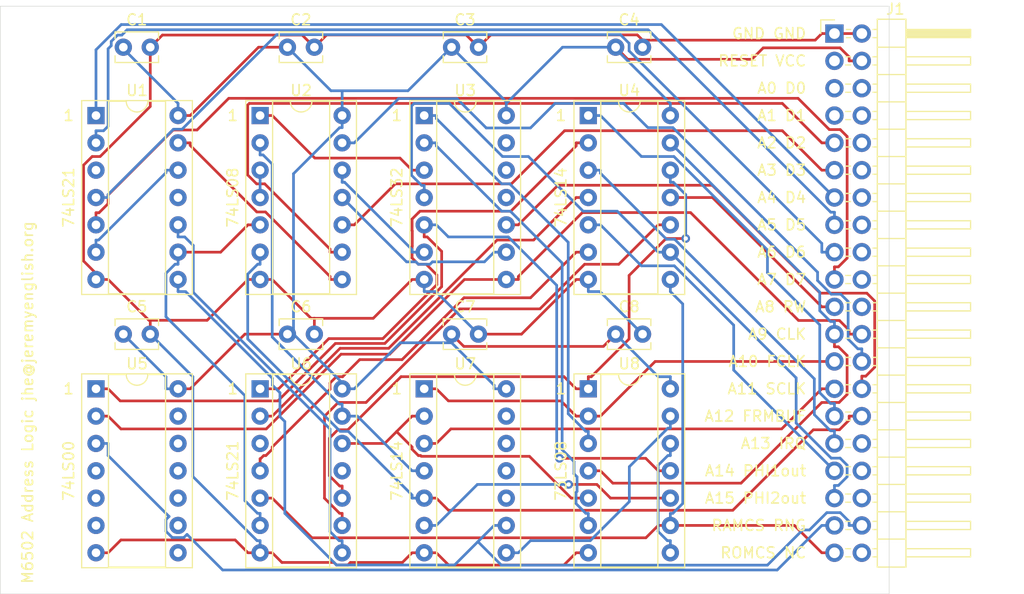
<source format=kicad_pcb>
(kicad_pcb (version 20171130) (host pcbnew "(5.1.12)-1")

  (general
    (thickness 1.6)
    (drawings 41)
    (tracks 587)
    (zones 0)
    (modules 17)
    (nets 61)
  )

  (page A4)
  (layers
    (0 F.Cu signal)
    (31 B.Cu signal)
    (32 B.Adhes user)
    (33 F.Adhes user)
    (34 B.Paste user)
    (35 F.Paste user)
    (36 B.SilkS user)
    (37 F.SilkS user)
    (38 B.Mask user)
    (39 F.Mask user)
    (40 Dwgs.User user)
    (41 Cmts.User user)
    (42 Eco1.User user)
    (43 Eco2.User user)
    (44 Edge.Cuts user)
    (45 Margin user)
    (46 B.CrtYd user)
    (47 F.CrtYd user)
    (48 B.Fab user)
    (49 F.Fab user)
  )

  (setup
    (last_trace_width 0.25)
    (trace_clearance 0.2)
    (zone_clearance 0.508)
    (zone_45_only no)
    (trace_min 0.2)
    (via_size 0.8)
    (via_drill 0.4)
    (via_min_size 0.4)
    (via_min_drill 0.3)
    (uvia_size 0.3)
    (uvia_drill 0.1)
    (uvias_allowed no)
    (uvia_min_size 0.2)
    (uvia_min_drill 0.1)
    (edge_width 0.05)
    (segment_width 0.2)
    (pcb_text_width 0.3)
    (pcb_text_size 1.5 1.5)
    (mod_edge_width 0.12)
    (mod_text_size 1 1)
    (mod_text_width 0.15)
    (pad_size 1.7 1.7)
    (pad_drill 1)
    (pad_to_mask_clearance 0)
    (aux_axis_origin 0 0)
    (visible_elements 7FFFFFFF)
    (pcbplotparams
      (layerselection 0x010fc_ffffffff)
      (usegerberextensions true)
      (usegerberattributes false)
      (usegerberadvancedattributes false)
      (creategerberjobfile false)
      (excludeedgelayer true)
      (linewidth 0.100000)
      (plotframeref false)
      (viasonmask false)
      (mode 1)
      (useauxorigin false)
      (hpglpennumber 1)
      (hpglpenspeed 20)
      (hpglpendiameter 15.000000)
      (psnegative false)
      (psa4output false)
      (plotreference true)
      (plotvalue false)
      (plotinvisibletext false)
      (padsonsilk false)
      (subtractmaskfromsilk true)
      (outputformat 1)
      (mirror false)
      (drillshape 0)
      (scaleselection 1)
      (outputdirectory ""))
  )

  (net 0 "")
  (net 1 GND)
  (net 2 "Net-(J1-Pad2)")
  (net 3 "Net-(J1-Pad3)")
  (net 4 "Net-(J1-Pad4)")
  (net 5 /A2)
  (net 6 /A3)
  (net 7 /A4)
  (net 8 /A5)
  (net 9 /A6)
  (net 10 /A7)
  (net 11 /A8)
  (net 12 /A9)
  (net 13 /A10)
  (net 14 /A11)
  (net 15 /A12)
  (net 16 /A13)
  (net 17 /A14)
  (net 18 /RAMCS)
  (net 19 ROM_CS)
  (net 20 "Net-(J1-Pad21)")
  (net 21 RNG)
  (net 22 /PH2out)
  (net 23 /PH1out)
  (net 24 /IRQ)
  (net 25 FRMBUF)
  (net 26 /SCLK)
  (net 27 /FCLK)
  (net 28 CLK)
  (net 29 /RW)
  (net 30 /D7)
  (net 31 /D6)
  (net 32 /D5)
  (net 33 /D4)
  (net 34 /D3)
  (net 35 /D2)
  (net 36 /D1)
  (net 37 /D0)
  (net 38 +5V)
  (net 39 LB_LN_RNG)
  (net 40 LB_HN_SET)
  (net 41 HB_LN_CLEAR)
  (net 42 HB_HN_CLEAR)
  (net 43 HB_LN_FBUF)
  (net 44 A11_CLEAR)
  (net 45 "Net-(U2-Pad3)")
  (net 46 "Net-(U2-Pad11)")
  (net 47 "Net-(U2-Pad12)")
  (net 48 "Net-(U3-Pad1)")
  (net 49 "Net-(U3-Pad2)")
  (net 50 RAM)
  (net 51 "Net-(U4-Pad2)")
  (net 52 "Net-(U4-Pad10)")
  (net 53 "Net-(U4-Pad4)")
  (net 54 "Net-(U4-Pad12)")
  (net 55 "Net-(U4-Pad6)")
  (net 56 "Net-(U6-Pad12)")
  (net 57 "Net-(U7-Pad8)")
  (net 58 "Net-(U7-Pad6)")
  (net 59 "Net-(U8-Pad12)")
  (net 60 /A15)

  (net_class Default "This is the default net class."
    (clearance 0.2)
    (trace_width 0.25)
    (via_dia 0.8)
    (via_drill 0.4)
    (uvia_dia 0.3)
    (uvia_drill 0.1)
    (add_net +5V)
    (add_net /A10)
    (add_net /A11)
    (add_net /A12)
    (add_net /A13)
    (add_net /A14)
    (add_net /A15)
    (add_net /A2)
    (add_net /A3)
    (add_net /A4)
    (add_net /A5)
    (add_net /A6)
    (add_net /A7)
    (add_net /A8)
    (add_net /A9)
    (add_net /D0)
    (add_net /D1)
    (add_net /D2)
    (add_net /D3)
    (add_net /D4)
    (add_net /D5)
    (add_net /D6)
    (add_net /D7)
    (add_net /FCLK)
    (add_net /IRQ)
    (add_net /PH1out)
    (add_net /PH2out)
    (add_net /RAMCS)
    (add_net /RW)
    (add_net /SCLK)
    (add_net A11_CLEAR)
    (add_net CLK)
    (add_net FRMBUF)
    (add_net GND)
    (add_net HB_HN_CLEAR)
    (add_net HB_LN_CLEAR)
    (add_net HB_LN_FBUF)
    (add_net LB_HN_SET)
    (add_net LB_LN_RNG)
    (add_net "Net-(J1-Pad2)")
    (add_net "Net-(J1-Pad21)")
    (add_net "Net-(J1-Pad3)")
    (add_net "Net-(J1-Pad4)")
    (add_net "Net-(U2-Pad11)")
    (add_net "Net-(U2-Pad12)")
    (add_net "Net-(U2-Pad3)")
    (add_net "Net-(U3-Pad1)")
    (add_net "Net-(U3-Pad2)")
    (add_net "Net-(U4-Pad10)")
    (add_net "Net-(U4-Pad12)")
    (add_net "Net-(U4-Pad2)")
    (add_net "Net-(U4-Pad4)")
    (add_net "Net-(U4-Pad6)")
    (add_net "Net-(U6-Pad12)")
    (add_net "Net-(U7-Pad6)")
    (add_net "Net-(U7-Pad8)")
    (add_net "Net-(U8-Pad12)")
    (add_net RAM)
    (add_net RNG)
    (add_net ROM_CS)
  )

  (module Capacitor_THT:C_Disc_D3.8mm_W2.6mm_P2.50mm (layer F.Cu) (tedit 5AE50EF0) (tstamp 633C6157)
    (at 138.43 54.61)
    (descr "C, Disc series, Radial, pin pitch=2.50mm, , diameter*width=3.8*2.6mm^2, Capacitor, http://www.vishay.com/docs/45233/krseries.pdf")
    (tags "C Disc series Radial pin pitch 2.50mm  diameter 3.8mm width 2.6mm Capacitor")
    (path /63462C44)
    (fp_text reference C1 (at 1.25 -2.55) (layer F.SilkS)
      (effects (font (size 1 1) (thickness 0.15)))
    )
    (fp_text value 0.1uF (at 1.25 2.55) (layer F.Fab)
      (effects (font (size 1 1) (thickness 0.15)))
    )
    (fp_line (start -0.65 -1.3) (end -0.65 1.3) (layer F.Fab) (width 0.1))
    (fp_line (start -0.65 1.3) (end 3.15 1.3) (layer F.Fab) (width 0.1))
    (fp_line (start 3.15 1.3) (end 3.15 -1.3) (layer F.Fab) (width 0.1))
    (fp_line (start 3.15 -1.3) (end -0.65 -1.3) (layer F.Fab) (width 0.1))
    (fp_line (start -0.77 -1.42) (end 3.27 -1.42) (layer F.SilkS) (width 0.12))
    (fp_line (start -0.77 1.42) (end 3.27 1.42) (layer F.SilkS) (width 0.12))
    (fp_line (start -0.77 -1.42) (end -0.77 -0.795) (layer F.SilkS) (width 0.12))
    (fp_line (start -0.77 0.795) (end -0.77 1.42) (layer F.SilkS) (width 0.12))
    (fp_line (start 3.27 -1.42) (end 3.27 -0.795) (layer F.SilkS) (width 0.12))
    (fp_line (start 3.27 0.795) (end 3.27 1.42) (layer F.SilkS) (width 0.12))
    (fp_line (start -1.05 -1.55) (end -1.05 1.55) (layer F.CrtYd) (width 0.05))
    (fp_line (start -1.05 1.55) (end 3.55 1.55) (layer F.CrtYd) (width 0.05))
    (fp_line (start 3.55 1.55) (end 3.55 -1.55) (layer F.CrtYd) (width 0.05))
    (fp_line (start 3.55 -1.55) (end -1.05 -1.55) (layer F.CrtYd) (width 0.05))
    (fp_text user %R (at 1.25 0) (layer F.Fab)
      (effects (font (size 0.76 0.76) (thickness 0.114)))
    )
    (pad 1 thru_hole circle (at 0 0) (size 1.6 1.6) (drill 0.8) (layers *.Cu *.Mask)
      (net 38 +5V))
    (pad 2 thru_hole circle (at 2.5 0) (size 1.6 1.6) (drill 0.8) (layers *.Cu *.Mask)
      (net 1 GND))
    (model ${KISYS3DMOD}/Capacitor_THT.3dshapes/C_Disc_D3.8mm_W2.6mm_P2.50mm.wrl
      (at (xyz 0 0 0))
      (scale (xyz 1 1 1))
      (rotate (xyz 0 0 0))
    )
  )

  (module Capacitor_THT:C_Disc_D3.8mm_W2.6mm_P2.50mm (layer F.Cu) (tedit 5AE50EF0) (tstamp 633C616C)
    (at 153.67 54.61)
    (descr "C, Disc series, Radial, pin pitch=2.50mm, , diameter*width=3.8*2.6mm^2, Capacitor, http://www.vishay.com/docs/45233/krseries.pdf")
    (tags "C Disc series Radial pin pitch 2.50mm  diameter 3.8mm width 2.6mm Capacitor")
    (path /633BD5D0)
    (fp_text reference C2 (at 1.25 -2.55) (layer F.SilkS)
      (effects (font (size 1 1) (thickness 0.15)))
    )
    (fp_text value 0.1uF (at 1.25 2.55) (layer F.Fab)
      (effects (font (size 1 1) (thickness 0.15)))
    )
    (fp_line (start -0.65 -1.3) (end -0.65 1.3) (layer F.Fab) (width 0.1))
    (fp_line (start -0.65 1.3) (end 3.15 1.3) (layer F.Fab) (width 0.1))
    (fp_line (start 3.15 1.3) (end 3.15 -1.3) (layer F.Fab) (width 0.1))
    (fp_line (start 3.15 -1.3) (end -0.65 -1.3) (layer F.Fab) (width 0.1))
    (fp_line (start -0.77 -1.42) (end 3.27 -1.42) (layer F.SilkS) (width 0.12))
    (fp_line (start -0.77 1.42) (end 3.27 1.42) (layer F.SilkS) (width 0.12))
    (fp_line (start -0.77 -1.42) (end -0.77 -0.795) (layer F.SilkS) (width 0.12))
    (fp_line (start -0.77 0.795) (end -0.77 1.42) (layer F.SilkS) (width 0.12))
    (fp_line (start 3.27 -1.42) (end 3.27 -0.795) (layer F.SilkS) (width 0.12))
    (fp_line (start 3.27 0.795) (end 3.27 1.42) (layer F.SilkS) (width 0.12))
    (fp_line (start -1.05 -1.55) (end -1.05 1.55) (layer F.CrtYd) (width 0.05))
    (fp_line (start -1.05 1.55) (end 3.55 1.55) (layer F.CrtYd) (width 0.05))
    (fp_line (start 3.55 1.55) (end 3.55 -1.55) (layer F.CrtYd) (width 0.05))
    (fp_line (start 3.55 -1.55) (end -1.05 -1.55) (layer F.CrtYd) (width 0.05))
    (fp_text user %R (at 1.25 0) (layer F.Fab)
      (effects (font (size 0.76 0.76) (thickness 0.114)))
    )
    (pad 1 thru_hole circle (at 0 0) (size 1.6 1.6) (drill 0.8) (layers *.Cu *.Mask)
      (net 38 +5V))
    (pad 2 thru_hole circle (at 2.5 0) (size 1.6 1.6) (drill 0.8) (layers *.Cu *.Mask)
      (net 1 GND))
    (model ${KISYS3DMOD}/Capacitor_THT.3dshapes/C_Disc_D3.8mm_W2.6mm_P2.50mm.wrl
      (at (xyz 0 0 0))
      (scale (xyz 1 1 1))
      (rotate (xyz 0 0 0))
    )
  )

  (module Capacitor_THT:C_Disc_D3.8mm_W2.6mm_P2.50mm (layer F.Cu) (tedit 5AE50EF0) (tstamp 633C6181)
    (at 168.91 54.61)
    (descr "C, Disc series, Radial, pin pitch=2.50mm, , diameter*width=3.8*2.6mm^2, Capacitor, http://www.vishay.com/docs/45233/krseries.pdf")
    (tags "C Disc series Radial pin pitch 2.50mm  diameter 3.8mm width 2.6mm Capacitor")
    (path /6347C8E2)
    (fp_text reference C3 (at 1.25 -2.55) (layer F.SilkS)
      (effects (font (size 1 1) (thickness 0.15)))
    )
    (fp_text value 0.1uF (at 1.25 2.55) (layer F.Fab)
      (effects (font (size 1 1) (thickness 0.15)))
    )
    (fp_line (start -0.65 -1.3) (end -0.65 1.3) (layer F.Fab) (width 0.1))
    (fp_line (start -0.65 1.3) (end 3.15 1.3) (layer F.Fab) (width 0.1))
    (fp_line (start 3.15 1.3) (end 3.15 -1.3) (layer F.Fab) (width 0.1))
    (fp_line (start 3.15 -1.3) (end -0.65 -1.3) (layer F.Fab) (width 0.1))
    (fp_line (start -0.77 -1.42) (end 3.27 -1.42) (layer F.SilkS) (width 0.12))
    (fp_line (start -0.77 1.42) (end 3.27 1.42) (layer F.SilkS) (width 0.12))
    (fp_line (start -0.77 -1.42) (end -0.77 -0.795) (layer F.SilkS) (width 0.12))
    (fp_line (start -0.77 0.795) (end -0.77 1.42) (layer F.SilkS) (width 0.12))
    (fp_line (start 3.27 -1.42) (end 3.27 -0.795) (layer F.SilkS) (width 0.12))
    (fp_line (start 3.27 0.795) (end 3.27 1.42) (layer F.SilkS) (width 0.12))
    (fp_line (start -1.05 -1.55) (end -1.05 1.55) (layer F.CrtYd) (width 0.05))
    (fp_line (start -1.05 1.55) (end 3.55 1.55) (layer F.CrtYd) (width 0.05))
    (fp_line (start 3.55 1.55) (end 3.55 -1.55) (layer F.CrtYd) (width 0.05))
    (fp_line (start 3.55 -1.55) (end -1.05 -1.55) (layer F.CrtYd) (width 0.05))
    (fp_text user %R (at 1.25 0) (layer F.Fab)
      (effects (font (size 0.76 0.76) (thickness 0.114)))
    )
    (pad 1 thru_hole circle (at 0 0) (size 1.6 1.6) (drill 0.8) (layers *.Cu *.Mask)
      (net 38 +5V))
    (pad 2 thru_hole circle (at 2.5 0) (size 1.6 1.6) (drill 0.8) (layers *.Cu *.Mask)
      (net 1 GND))
    (model ${KISYS3DMOD}/Capacitor_THT.3dshapes/C_Disc_D3.8mm_W2.6mm_P2.50mm.wrl
      (at (xyz 0 0 0))
      (scale (xyz 1 1 1))
      (rotate (xyz 0 0 0))
    )
  )

  (module Capacitor_THT:C_Disc_D3.8mm_W2.6mm_P2.50mm (layer F.Cu) (tedit 5AE50EF0) (tstamp 633C6196)
    (at 184.15 54.61)
    (descr "C, Disc series, Radial, pin pitch=2.50mm, , diameter*width=3.8*2.6mm^2, Capacitor, http://www.vishay.com/docs/45233/krseries.pdf")
    (tags "C Disc series Radial pin pitch 2.50mm  diameter 3.8mm width 2.6mm Capacitor")
    (path /633DA844)
    (fp_text reference C4 (at 1.25 -2.55) (layer F.SilkS)
      (effects (font (size 1 1) (thickness 0.15)))
    )
    (fp_text value 0.1uF (at 1.25 2.55) (layer F.Fab)
      (effects (font (size 1 1) (thickness 0.15)))
    )
    (fp_line (start 3.55 -1.55) (end -1.05 -1.55) (layer F.CrtYd) (width 0.05))
    (fp_line (start 3.55 1.55) (end 3.55 -1.55) (layer F.CrtYd) (width 0.05))
    (fp_line (start -1.05 1.55) (end 3.55 1.55) (layer F.CrtYd) (width 0.05))
    (fp_line (start -1.05 -1.55) (end -1.05 1.55) (layer F.CrtYd) (width 0.05))
    (fp_line (start 3.27 0.795) (end 3.27 1.42) (layer F.SilkS) (width 0.12))
    (fp_line (start 3.27 -1.42) (end 3.27 -0.795) (layer F.SilkS) (width 0.12))
    (fp_line (start -0.77 0.795) (end -0.77 1.42) (layer F.SilkS) (width 0.12))
    (fp_line (start -0.77 -1.42) (end -0.77 -0.795) (layer F.SilkS) (width 0.12))
    (fp_line (start -0.77 1.42) (end 3.27 1.42) (layer F.SilkS) (width 0.12))
    (fp_line (start -0.77 -1.42) (end 3.27 -1.42) (layer F.SilkS) (width 0.12))
    (fp_line (start 3.15 -1.3) (end -0.65 -1.3) (layer F.Fab) (width 0.1))
    (fp_line (start 3.15 1.3) (end 3.15 -1.3) (layer F.Fab) (width 0.1))
    (fp_line (start -0.65 1.3) (end 3.15 1.3) (layer F.Fab) (width 0.1))
    (fp_line (start -0.65 -1.3) (end -0.65 1.3) (layer F.Fab) (width 0.1))
    (fp_text user %R (at 1.25 0) (layer F.Fab)
      (effects (font (size 0.76 0.76) (thickness 0.114)))
    )
    (pad 2 thru_hole circle (at 2.5 0) (size 1.6 1.6) (drill 0.8) (layers *.Cu *.Mask)
      (net 1 GND))
    (pad 1 thru_hole circle (at 0 0) (size 1.6 1.6) (drill 0.8) (layers *.Cu *.Mask)
      (net 38 +5V))
    (model ${KISYS3DMOD}/Capacitor_THT.3dshapes/C_Disc_D3.8mm_W2.6mm_P2.50mm.wrl
      (at (xyz 0 0 0))
      (scale (xyz 1 1 1))
      (rotate (xyz 0 0 0))
    )
  )

  (module Capacitor_THT:C_Disc_D3.8mm_W2.6mm_P2.50mm (layer F.Cu) (tedit 5AE50EF0) (tstamp 633C61AB)
    (at 138.43 81.28)
    (descr "C, Disc series, Radial, pin pitch=2.50mm, , diameter*width=3.8*2.6mm^2, Capacitor, http://www.vishay.com/docs/45233/krseries.pdf")
    (tags "C Disc series Radial pin pitch 2.50mm  diameter 3.8mm width 2.6mm Capacitor")
    (path /633DBBE1)
    (fp_text reference C5 (at 1.25 -2.55) (layer F.SilkS)
      (effects (font (size 1 1) (thickness 0.15)))
    )
    (fp_text value 0.1uF (at 1.25 2.55) (layer F.Fab)
      (effects (font (size 1 1) (thickness 0.15)))
    )
    (fp_line (start -0.65 -1.3) (end -0.65 1.3) (layer F.Fab) (width 0.1))
    (fp_line (start -0.65 1.3) (end 3.15 1.3) (layer F.Fab) (width 0.1))
    (fp_line (start 3.15 1.3) (end 3.15 -1.3) (layer F.Fab) (width 0.1))
    (fp_line (start 3.15 -1.3) (end -0.65 -1.3) (layer F.Fab) (width 0.1))
    (fp_line (start -0.77 -1.42) (end 3.27 -1.42) (layer F.SilkS) (width 0.12))
    (fp_line (start -0.77 1.42) (end 3.27 1.42) (layer F.SilkS) (width 0.12))
    (fp_line (start -0.77 -1.42) (end -0.77 -0.795) (layer F.SilkS) (width 0.12))
    (fp_line (start -0.77 0.795) (end -0.77 1.42) (layer F.SilkS) (width 0.12))
    (fp_line (start 3.27 -1.42) (end 3.27 -0.795) (layer F.SilkS) (width 0.12))
    (fp_line (start 3.27 0.795) (end 3.27 1.42) (layer F.SilkS) (width 0.12))
    (fp_line (start -1.05 -1.55) (end -1.05 1.55) (layer F.CrtYd) (width 0.05))
    (fp_line (start -1.05 1.55) (end 3.55 1.55) (layer F.CrtYd) (width 0.05))
    (fp_line (start 3.55 1.55) (end 3.55 -1.55) (layer F.CrtYd) (width 0.05))
    (fp_line (start 3.55 -1.55) (end -1.05 -1.55) (layer F.CrtYd) (width 0.05))
    (fp_text user %R (at 1.25 0) (layer F.Fab)
      (effects (font (size 0.76 0.76) (thickness 0.114)))
    )
    (pad 1 thru_hole circle (at 0 0) (size 1.6 1.6) (drill 0.8) (layers *.Cu *.Mask)
      (net 38 +5V))
    (pad 2 thru_hole circle (at 2.5 0) (size 1.6 1.6) (drill 0.8) (layers *.Cu *.Mask)
      (net 1 GND))
    (model ${KISYS3DMOD}/Capacitor_THT.3dshapes/C_Disc_D3.8mm_W2.6mm_P2.50mm.wrl
      (at (xyz 0 0 0))
      (scale (xyz 1 1 1))
      (rotate (xyz 0 0 0))
    )
  )

  (module Capacitor_THT:C_Disc_D3.8mm_W2.6mm_P2.50mm (layer F.Cu) (tedit 5AE50EF0) (tstamp 633C61C0)
    (at 153.67 81.28)
    (descr "C, Disc series, Radial, pin pitch=2.50mm, , diameter*width=3.8*2.6mm^2, Capacitor, http://www.vishay.com/docs/45233/krseries.pdf")
    (tags "C Disc series Radial pin pitch 2.50mm  diameter 3.8mm width 2.6mm Capacitor")
    (path /6347C5DE)
    (fp_text reference C6 (at 1.25 -2.55) (layer F.SilkS)
      (effects (font (size 1 1) (thickness 0.15)))
    )
    (fp_text value 0.1uF (at 1.25 2.55) (layer F.Fab)
      (effects (font (size 1 1) (thickness 0.15)))
    )
    (fp_line (start 3.55 -1.55) (end -1.05 -1.55) (layer F.CrtYd) (width 0.05))
    (fp_line (start 3.55 1.55) (end 3.55 -1.55) (layer F.CrtYd) (width 0.05))
    (fp_line (start -1.05 1.55) (end 3.55 1.55) (layer F.CrtYd) (width 0.05))
    (fp_line (start -1.05 -1.55) (end -1.05 1.55) (layer F.CrtYd) (width 0.05))
    (fp_line (start 3.27 0.795) (end 3.27 1.42) (layer F.SilkS) (width 0.12))
    (fp_line (start 3.27 -1.42) (end 3.27 -0.795) (layer F.SilkS) (width 0.12))
    (fp_line (start -0.77 0.795) (end -0.77 1.42) (layer F.SilkS) (width 0.12))
    (fp_line (start -0.77 -1.42) (end -0.77 -0.795) (layer F.SilkS) (width 0.12))
    (fp_line (start -0.77 1.42) (end 3.27 1.42) (layer F.SilkS) (width 0.12))
    (fp_line (start -0.77 -1.42) (end 3.27 -1.42) (layer F.SilkS) (width 0.12))
    (fp_line (start 3.15 -1.3) (end -0.65 -1.3) (layer F.Fab) (width 0.1))
    (fp_line (start 3.15 1.3) (end 3.15 -1.3) (layer F.Fab) (width 0.1))
    (fp_line (start -0.65 1.3) (end 3.15 1.3) (layer F.Fab) (width 0.1))
    (fp_line (start -0.65 -1.3) (end -0.65 1.3) (layer F.Fab) (width 0.1))
    (fp_text user %R (at 1.25 0) (layer F.Fab)
      (effects (font (size 0.76 0.76) (thickness 0.114)))
    )
    (pad 2 thru_hole circle (at 2.5 0) (size 1.6 1.6) (drill 0.8) (layers *.Cu *.Mask)
      (net 1 GND))
    (pad 1 thru_hole circle (at 0 0) (size 1.6 1.6) (drill 0.8) (layers *.Cu *.Mask)
      (net 38 +5V))
    (model ${KISYS3DMOD}/Capacitor_THT.3dshapes/C_Disc_D3.8mm_W2.6mm_P2.50mm.wrl
      (at (xyz 0 0 0))
      (scale (xyz 1 1 1))
      (rotate (xyz 0 0 0))
    )
  )

  (module Capacitor_THT:C_Disc_D3.8mm_W2.6mm_P2.50mm (layer F.Cu) (tedit 5AE50EF0) (tstamp 633C61D5)
    (at 168.91 81.28)
    (descr "C, Disc series, Radial, pin pitch=2.50mm, , diameter*width=3.8*2.6mm^2, Capacitor, http://www.vishay.com/docs/45233/krseries.pdf")
    (tags "C Disc series Radial pin pitch 2.50mm  diameter 3.8mm width 2.6mm Capacitor")
    (path /633DC03A)
    (fp_text reference C7 (at 1.25 -2.55) (layer F.SilkS)
      (effects (font (size 1 1) (thickness 0.15)))
    )
    (fp_text value 0.1uF (at 1.25 2.55) (layer F.Fab)
      (effects (font (size 1 1) (thickness 0.15)))
    )
    (fp_line (start 3.55 -1.55) (end -1.05 -1.55) (layer F.CrtYd) (width 0.05))
    (fp_line (start 3.55 1.55) (end 3.55 -1.55) (layer F.CrtYd) (width 0.05))
    (fp_line (start -1.05 1.55) (end 3.55 1.55) (layer F.CrtYd) (width 0.05))
    (fp_line (start -1.05 -1.55) (end -1.05 1.55) (layer F.CrtYd) (width 0.05))
    (fp_line (start 3.27 0.795) (end 3.27 1.42) (layer F.SilkS) (width 0.12))
    (fp_line (start 3.27 -1.42) (end 3.27 -0.795) (layer F.SilkS) (width 0.12))
    (fp_line (start -0.77 0.795) (end -0.77 1.42) (layer F.SilkS) (width 0.12))
    (fp_line (start -0.77 -1.42) (end -0.77 -0.795) (layer F.SilkS) (width 0.12))
    (fp_line (start -0.77 1.42) (end 3.27 1.42) (layer F.SilkS) (width 0.12))
    (fp_line (start -0.77 -1.42) (end 3.27 -1.42) (layer F.SilkS) (width 0.12))
    (fp_line (start 3.15 -1.3) (end -0.65 -1.3) (layer F.Fab) (width 0.1))
    (fp_line (start 3.15 1.3) (end 3.15 -1.3) (layer F.Fab) (width 0.1))
    (fp_line (start -0.65 1.3) (end 3.15 1.3) (layer F.Fab) (width 0.1))
    (fp_line (start -0.65 -1.3) (end -0.65 1.3) (layer F.Fab) (width 0.1))
    (fp_text user %R (at 1.25 0) (layer F.Fab)
      (effects (font (size 0.76 0.76) (thickness 0.114)))
    )
    (pad 2 thru_hole circle (at 2.5 0) (size 1.6 1.6) (drill 0.8) (layers *.Cu *.Mask)
      (net 1 GND))
    (pad 1 thru_hole circle (at 0 0) (size 1.6 1.6) (drill 0.8) (layers *.Cu *.Mask)
      (net 38 +5V))
    (model ${KISYS3DMOD}/Capacitor_THT.3dshapes/C_Disc_D3.8mm_W2.6mm_P2.50mm.wrl
      (at (xyz 0 0 0))
      (scale (xyz 1 1 1))
      (rotate (xyz 0 0 0))
    )
  )

  (module Capacitor_THT:C_Disc_D3.8mm_W2.6mm_P2.50mm (layer F.Cu) (tedit 5AE50EF0) (tstamp 633C61EA)
    (at 184.15 81.28)
    (descr "C, Disc series, Radial, pin pitch=2.50mm, , diameter*width=3.8*2.6mm^2, Capacitor, http://www.vishay.com/docs/45233/krseries.pdf")
    (tags "C Disc series Radial pin pitch 2.50mm  diameter 3.8mm width 2.6mm Capacitor")
    (path /6347BFFD)
    (fp_text reference C8 (at 1.25 -2.55) (layer F.SilkS)
      (effects (font (size 1 1) (thickness 0.15)))
    )
    (fp_text value 0.1uF (at 1.25 2.55) (layer F.Fab)
      (effects (font (size 1 1) (thickness 0.15)))
    )
    (fp_line (start 3.55 -1.55) (end -1.05 -1.55) (layer F.CrtYd) (width 0.05))
    (fp_line (start 3.55 1.55) (end 3.55 -1.55) (layer F.CrtYd) (width 0.05))
    (fp_line (start -1.05 1.55) (end 3.55 1.55) (layer F.CrtYd) (width 0.05))
    (fp_line (start -1.05 -1.55) (end -1.05 1.55) (layer F.CrtYd) (width 0.05))
    (fp_line (start 3.27 0.795) (end 3.27 1.42) (layer F.SilkS) (width 0.12))
    (fp_line (start 3.27 -1.42) (end 3.27 -0.795) (layer F.SilkS) (width 0.12))
    (fp_line (start -0.77 0.795) (end -0.77 1.42) (layer F.SilkS) (width 0.12))
    (fp_line (start -0.77 -1.42) (end -0.77 -0.795) (layer F.SilkS) (width 0.12))
    (fp_line (start -0.77 1.42) (end 3.27 1.42) (layer F.SilkS) (width 0.12))
    (fp_line (start -0.77 -1.42) (end 3.27 -1.42) (layer F.SilkS) (width 0.12))
    (fp_line (start 3.15 -1.3) (end -0.65 -1.3) (layer F.Fab) (width 0.1))
    (fp_line (start 3.15 1.3) (end 3.15 -1.3) (layer F.Fab) (width 0.1))
    (fp_line (start -0.65 1.3) (end 3.15 1.3) (layer F.Fab) (width 0.1))
    (fp_line (start -0.65 -1.3) (end -0.65 1.3) (layer F.Fab) (width 0.1))
    (fp_text user %R (at 1.25 0) (layer F.Fab)
      (effects (font (size 0.76 0.76) (thickness 0.114)))
    )
    (pad 2 thru_hole circle (at 2.5 0) (size 1.6 1.6) (drill 0.8) (layers *.Cu *.Mask)
      (net 1 GND))
    (pad 1 thru_hole circle (at 0 0) (size 1.6 1.6) (drill 0.8) (layers *.Cu *.Mask)
      (net 38 +5V))
    (model ${KISYS3DMOD}/Capacitor_THT.3dshapes/C_Disc_D3.8mm_W2.6mm_P2.50mm.wrl
      (at (xyz 0 0 0))
      (scale (xyz 1 1 1))
      (rotate (xyz 0 0 0))
    )
  )

  (module m6502:PinHeader_2x20_P2.54mm_Horizontal_Counter_Clockwise (layer F.Cu) (tedit 633B608B) (tstamp 633C6343)
    (at 204.47 53.34)
    (descr "Through hole angled pin header, 2x20, 2.54mm pitch, 6mm pin length, double rows")
    (tags "Through hole angled pin header THT 2x20 2.54mm double row")
    (path /6336468B)
    (fp_text reference J1 (at 5.655 -2.27 180) (layer F.SilkS)
      (effects (font (size 1 1) (thickness 0.15)))
    )
    (fp_text value Conn_02x20_Counter_Clockwise (at 5.655 50.53 180) (layer F.Fab)
      (effects (font (size 1 1) (thickness 0.15)))
    )
    (fp_line (start 13.1 -1.8) (end -1.8 -1.8) (layer F.CrtYd) (width 0.05))
    (fp_line (start 13.1 50.05) (end 13.1 -1.8) (layer F.CrtYd) (width 0.05))
    (fp_line (start -1.8 50.05) (end 13.1 50.05) (layer F.CrtYd) (width 0.05))
    (fp_line (start -1.8 -1.8) (end -1.8 50.05) (layer F.CrtYd) (width 0.05))
    (fp_line (start -1.27 -1.27) (end 0 -1.27) (layer F.SilkS) (width 0.12))
    (fp_line (start -1.27 0) (end -1.27 -1.27) (layer F.SilkS) (width 0.12))
    (fp_line (start 1.042929 48.64) (end 1.497071 48.64) (layer F.SilkS) (width 0.12))
    (fp_line (start 1.042929 47.88) (end 1.497071 47.88) (layer F.SilkS) (width 0.12))
    (fp_line (start 3.582929 48.64) (end 3.98 48.64) (layer F.SilkS) (width 0.12))
    (fp_line (start 3.582929 47.88) (end 3.98 47.88) (layer F.SilkS) (width 0.12))
    (fp_line (start 12.64 48.64) (end 6.64 48.64) (layer F.SilkS) (width 0.12))
    (fp_line (start 12.64 47.88) (end 12.64 48.64) (layer F.SilkS) (width 0.12))
    (fp_line (start 6.64 47.88) (end 12.64 47.88) (layer F.SilkS) (width 0.12))
    (fp_line (start 3.98 46.99) (end 6.64 46.99) (layer F.SilkS) (width 0.12))
    (fp_line (start 1.042929 46.1) (end 1.497071 46.1) (layer F.SilkS) (width 0.12))
    (fp_line (start 1.042929 45.34) (end 1.497071 45.34) (layer F.SilkS) (width 0.12))
    (fp_line (start 3.582929 46.1) (end 3.98 46.1) (layer F.SilkS) (width 0.12))
    (fp_line (start 3.582929 45.34) (end 3.98 45.34) (layer F.SilkS) (width 0.12))
    (fp_line (start 12.64 46.1) (end 6.64 46.1) (layer F.SilkS) (width 0.12))
    (fp_line (start 12.64 45.34) (end 12.64 46.1) (layer F.SilkS) (width 0.12))
    (fp_line (start 6.64 45.34) (end 12.64 45.34) (layer F.SilkS) (width 0.12))
    (fp_line (start 3.98 44.45) (end 6.64 44.45) (layer F.SilkS) (width 0.12))
    (fp_line (start 1.042929 43.56) (end 1.497071 43.56) (layer F.SilkS) (width 0.12))
    (fp_line (start 1.042929 42.8) (end 1.497071 42.8) (layer F.SilkS) (width 0.12))
    (fp_line (start 3.582929 43.56) (end 3.98 43.56) (layer F.SilkS) (width 0.12))
    (fp_line (start 3.582929 42.8) (end 3.98 42.8) (layer F.SilkS) (width 0.12))
    (fp_line (start 12.64 43.56) (end 6.64 43.56) (layer F.SilkS) (width 0.12))
    (fp_line (start 12.64 42.8) (end 12.64 43.56) (layer F.SilkS) (width 0.12))
    (fp_line (start 6.64 42.8) (end 12.64 42.8) (layer F.SilkS) (width 0.12))
    (fp_line (start 3.98 41.91) (end 6.64 41.91) (layer F.SilkS) (width 0.12))
    (fp_line (start 1.042929 41.02) (end 1.497071 41.02) (layer F.SilkS) (width 0.12))
    (fp_line (start 1.042929 40.26) (end 1.497071 40.26) (layer F.SilkS) (width 0.12))
    (fp_line (start 3.582929 41.02) (end 3.98 41.02) (layer F.SilkS) (width 0.12))
    (fp_line (start 3.582929 40.26) (end 3.98 40.26) (layer F.SilkS) (width 0.12))
    (fp_line (start 12.64 41.02) (end 6.64 41.02) (layer F.SilkS) (width 0.12))
    (fp_line (start 12.64 40.26) (end 12.64 41.02) (layer F.SilkS) (width 0.12))
    (fp_line (start 6.64 40.26) (end 12.64 40.26) (layer F.SilkS) (width 0.12))
    (fp_line (start 3.98 39.37) (end 6.64 39.37) (layer F.SilkS) (width 0.12))
    (fp_line (start 1.042929 38.48) (end 1.497071 38.48) (layer F.SilkS) (width 0.12))
    (fp_line (start 1.042929 37.72) (end 1.497071 37.72) (layer F.SilkS) (width 0.12))
    (fp_line (start 3.582929 38.48) (end 3.98 38.48) (layer F.SilkS) (width 0.12))
    (fp_line (start 3.582929 37.72) (end 3.98 37.72) (layer F.SilkS) (width 0.12))
    (fp_line (start 12.64 38.48) (end 6.64 38.48) (layer F.SilkS) (width 0.12))
    (fp_line (start 12.64 37.72) (end 12.64 38.48) (layer F.SilkS) (width 0.12))
    (fp_line (start 6.64 37.72) (end 12.64 37.72) (layer F.SilkS) (width 0.12))
    (fp_line (start 3.98 36.83) (end 6.64 36.83) (layer F.SilkS) (width 0.12))
    (fp_line (start 1.042929 35.94) (end 1.497071 35.94) (layer F.SilkS) (width 0.12))
    (fp_line (start 1.042929 35.18) (end 1.497071 35.18) (layer F.SilkS) (width 0.12))
    (fp_line (start 3.582929 35.94) (end 3.98 35.94) (layer F.SilkS) (width 0.12))
    (fp_line (start 3.582929 35.18) (end 3.98 35.18) (layer F.SilkS) (width 0.12))
    (fp_line (start 12.64 35.94) (end 6.64 35.94) (layer F.SilkS) (width 0.12))
    (fp_line (start 12.64 35.18) (end 12.64 35.94) (layer F.SilkS) (width 0.12))
    (fp_line (start 6.64 35.18) (end 12.64 35.18) (layer F.SilkS) (width 0.12))
    (fp_line (start 3.98 34.29) (end 6.64 34.29) (layer F.SilkS) (width 0.12))
    (fp_line (start 1.042929 33.4) (end 1.497071 33.4) (layer F.SilkS) (width 0.12))
    (fp_line (start 1.042929 32.64) (end 1.497071 32.64) (layer F.SilkS) (width 0.12))
    (fp_line (start 3.582929 33.4) (end 3.98 33.4) (layer F.SilkS) (width 0.12))
    (fp_line (start 3.582929 32.64) (end 3.98 32.64) (layer F.SilkS) (width 0.12))
    (fp_line (start 12.64 33.4) (end 6.64 33.4) (layer F.SilkS) (width 0.12))
    (fp_line (start 12.64 32.64) (end 12.64 33.4) (layer F.SilkS) (width 0.12))
    (fp_line (start 6.64 32.64) (end 12.64 32.64) (layer F.SilkS) (width 0.12))
    (fp_line (start 3.98 31.75) (end 6.64 31.75) (layer F.SilkS) (width 0.12))
    (fp_line (start 1.042929 30.86) (end 1.497071 30.86) (layer F.SilkS) (width 0.12))
    (fp_line (start 1.042929 30.1) (end 1.497071 30.1) (layer F.SilkS) (width 0.12))
    (fp_line (start 3.582929 30.86) (end 3.98 30.86) (layer F.SilkS) (width 0.12))
    (fp_line (start 3.582929 30.1) (end 3.98 30.1) (layer F.SilkS) (width 0.12))
    (fp_line (start 12.64 30.86) (end 6.64 30.86) (layer F.SilkS) (width 0.12))
    (fp_line (start 12.64 30.1) (end 12.64 30.86) (layer F.SilkS) (width 0.12))
    (fp_line (start 6.64 30.1) (end 12.64 30.1) (layer F.SilkS) (width 0.12))
    (fp_line (start 3.98 29.21) (end 6.64 29.21) (layer F.SilkS) (width 0.12))
    (fp_line (start 1.042929 28.32) (end 1.497071 28.32) (layer F.SilkS) (width 0.12))
    (fp_line (start 1.042929 27.56) (end 1.497071 27.56) (layer F.SilkS) (width 0.12))
    (fp_line (start 3.582929 28.32) (end 3.98 28.32) (layer F.SilkS) (width 0.12))
    (fp_line (start 3.582929 27.56) (end 3.98 27.56) (layer F.SilkS) (width 0.12))
    (fp_line (start 12.64 28.32) (end 6.64 28.32) (layer F.SilkS) (width 0.12))
    (fp_line (start 12.64 27.56) (end 12.64 28.32) (layer F.SilkS) (width 0.12))
    (fp_line (start 6.64 27.56) (end 12.64 27.56) (layer F.SilkS) (width 0.12))
    (fp_line (start 3.98 26.67) (end 6.64 26.67) (layer F.SilkS) (width 0.12))
    (fp_line (start 1.042929 25.78) (end 1.497071 25.78) (layer F.SilkS) (width 0.12))
    (fp_line (start 1.042929 25.02) (end 1.497071 25.02) (layer F.SilkS) (width 0.12))
    (fp_line (start 3.582929 25.78) (end 3.98 25.78) (layer F.SilkS) (width 0.12))
    (fp_line (start 3.582929 25.02) (end 3.98 25.02) (layer F.SilkS) (width 0.12))
    (fp_line (start 12.64 25.78) (end 6.64 25.78) (layer F.SilkS) (width 0.12))
    (fp_line (start 12.64 25.02) (end 12.64 25.78) (layer F.SilkS) (width 0.12))
    (fp_line (start 6.64 25.02) (end 12.64 25.02) (layer F.SilkS) (width 0.12))
    (fp_line (start 3.98 24.13) (end 6.64 24.13) (layer F.SilkS) (width 0.12))
    (fp_line (start 1.042929 23.24) (end 1.497071 23.24) (layer F.SilkS) (width 0.12))
    (fp_line (start 1.042929 22.48) (end 1.497071 22.48) (layer F.SilkS) (width 0.12))
    (fp_line (start 3.582929 23.24) (end 3.98 23.24) (layer F.SilkS) (width 0.12))
    (fp_line (start 3.582929 22.48) (end 3.98 22.48) (layer F.SilkS) (width 0.12))
    (fp_line (start 12.64 23.24) (end 6.64 23.24) (layer F.SilkS) (width 0.12))
    (fp_line (start 12.64 22.48) (end 12.64 23.24) (layer F.SilkS) (width 0.12))
    (fp_line (start 6.64 22.48) (end 12.64 22.48) (layer F.SilkS) (width 0.12))
    (fp_line (start 3.98 21.59) (end 6.64 21.59) (layer F.SilkS) (width 0.12))
    (fp_line (start 1.042929 20.7) (end 1.497071 20.7) (layer F.SilkS) (width 0.12))
    (fp_line (start 1.042929 19.94) (end 1.497071 19.94) (layer F.SilkS) (width 0.12))
    (fp_line (start 3.582929 20.7) (end 3.98 20.7) (layer F.SilkS) (width 0.12))
    (fp_line (start 3.582929 19.94) (end 3.98 19.94) (layer F.SilkS) (width 0.12))
    (fp_line (start 12.64 20.7) (end 6.64 20.7) (layer F.SilkS) (width 0.12))
    (fp_line (start 12.64 19.94) (end 12.64 20.7) (layer F.SilkS) (width 0.12))
    (fp_line (start 6.64 19.94) (end 12.64 19.94) (layer F.SilkS) (width 0.12))
    (fp_line (start 3.98 19.05) (end 6.64 19.05) (layer F.SilkS) (width 0.12))
    (fp_line (start 1.042929 18.16) (end 1.497071 18.16) (layer F.SilkS) (width 0.12))
    (fp_line (start 1.042929 17.4) (end 1.497071 17.4) (layer F.SilkS) (width 0.12))
    (fp_line (start 3.582929 18.16) (end 3.98 18.16) (layer F.SilkS) (width 0.12))
    (fp_line (start 3.582929 17.4) (end 3.98 17.4) (layer F.SilkS) (width 0.12))
    (fp_line (start 12.64 18.16) (end 6.64 18.16) (layer F.SilkS) (width 0.12))
    (fp_line (start 12.64 17.4) (end 12.64 18.16) (layer F.SilkS) (width 0.12))
    (fp_line (start 6.64 17.4) (end 12.64 17.4) (layer F.SilkS) (width 0.12))
    (fp_line (start 3.98 16.51) (end 6.64 16.51) (layer F.SilkS) (width 0.12))
    (fp_line (start 1.042929 15.62) (end 1.497071 15.62) (layer F.SilkS) (width 0.12))
    (fp_line (start 1.042929 14.86) (end 1.497071 14.86) (layer F.SilkS) (width 0.12))
    (fp_line (start 3.582929 15.62) (end 3.98 15.62) (layer F.SilkS) (width 0.12))
    (fp_line (start 3.582929 14.86) (end 3.98 14.86) (layer F.SilkS) (width 0.12))
    (fp_line (start 12.64 15.62) (end 6.64 15.62) (layer F.SilkS) (width 0.12))
    (fp_line (start 12.64 14.86) (end 12.64 15.62) (layer F.SilkS) (width 0.12))
    (fp_line (start 6.64 14.86) (end 12.64 14.86) (layer F.SilkS) (width 0.12))
    (fp_line (start 3.98 13.97) (end 6.64 13.97) (layer F.SilkS) (width 0.12))
    (fp_line (start 1.042929 13.08) (end 1.497071 13.08) (layer F.SilkS) (width 0.12))
    (fp_line (start 1.042929 12.32) (end 1.497071 12.32) (layer F.SilkS) (width 0.12))
    (fp_line (start 3.582929 13.08) (end 3.98 13.08) (layer F.SilkS) (width 0.12))
    (fp_line (start 3.582929 12.32) (end 3.98 12.32) (layer F.SilkS) (width 0.12))
    (fp_line (start 12.64 13.08) (end 6.64 13.08) (layer F.SilkS) (width 0.12))
    (fp_line (start 12.64 12.32) (end 12.64 13.08) (layer F.SilkS) (width 0.12))
    (fp_line (start 6.64 12.32) (end 12.64 12.32) (layer F.SilkS) (width 0.12))
    (fp_line (start 3.98 11.43) (end 6.64 11.43) (layer F.SilkS) (width 0.12))
    (fp_line (start 1.042929 10.54) (end 1.497071 10.54) (layer F.SilkS) (width 0.12))
    (fp_line (start 1.042929 9.78) (end 1.497071 9.78) (layer F.SilkS) (width 0.12))
    (fp_line (start 3.582929 10.54) (end 3.98 10.54) (layer F.SilkS) (width 0.12))
    (fp_line (start 3.582929 9.78) (end 3.98 9.78) (layer F.SilkS) (width 0.12))
    (fp_line (start 12.64 10.54) (end 6.64 10.54) (layer F.SilkS) (width 0.12))
    (fp_line (start 12.64 9.78) (end 12.64 10.54) (layer F.SilkS) (width 0.12))
    (fp_line (start 6.64 9.78) (end 12.64 9.78) (layer F.SilkS) (width 0.12))
    (fp_line (start 3.98 8.89) (end 6.64 8.89) (layer F.SilkS) (width 0.12))
    (fp_line (start 1.042929 8) (end 1.497071 8) (layer F.SilkS) (width 0.12))
    (fp_line (start 1.042929 7.24) (end 1.497071 7.24) (layer F.SilkS) (width 0.12))
    (fp_line (start 3.582929 8) (end 3.98 8) (layer F.SilkS) (width 0.12))
    (fp_line (start 3.582929 7.24) (end 3.98 7.24) (layer F.SilkS) (width 0.12))
    (fp_line (start 12.64 8) (end 6.64 8) (layer F.SilkS) (width 0.12))
    (fp_line (start 12.64 7.24) (end 12.64 8) (layer F.SilkS) (width 0.12))
    (fp_line (start 6.64 7.24) (end 12.64 7.24) (layer F.SilkS) (width 0.12))
    (fp_line (start 3.98 6.35) (end 6.64 6.35) (layer F.SilkS) (width 0.12))
    (fp_line (start 1.042929 5.46) (end 1.497071 5.46) (layer F.SilkS) (width 0.12))
    (fp_line (start 1.042929 4.7) (end 1.497071 4.7) (layer F.SilkS) (width 0.12))
    (fp_line (start 3.582929 5.46) (end 3.98 5.46) (layer F.SilkS) (width 0.12))
    (fp_line (start 3.582929 4.7) (end 3.98 4.7) (layer F.SilkS) (width 0.12))
    (fp_line (start 12.64 5.46) (end 6.64 5.46) (layer F.SilkS) (width 0.12))
    (fp_line (start 12.64 4.7) (end 12.64 5.46) (layer F.SilkS) (width 0.12))
    (fp_line (start 6.64 4.7) (end 12.64 4.7) (layer F.SilkS) (width 0.12))
    (fp_line (start 3.98 3.81) (end 6.64 3.81) (layer F.SilkS) (width 0.12))
    (fp_line (start 1.042929 2.92) (end 1.497071 2.92) (layer F.SilkS) (width 0.12))
    (fp_line (start 1.042929 2.16) (end 1.497071 2.16) (layer F.SilkS) (width 0.12))
    (fp_line (start 3.582929 2.92) (end 3.98 2.92) (layer F.SilkS) (width 0.12))
    (fp_line (start 3.582929 2.16) (end 3.98 2.16) (layer F.SilkS) (width 0.12))
    (fp_line (start 12.64 2.92) (end 6.64 2.92) (layer F.SilkS) (width 0.12))
    (fp_line (start 12.64 2.16) (end 12.64 2.92) (layer F.SilkS) (width 0.12))
    (fp_line (start 6.64 2.16) (end 12.64 2.16) (layer F.SilkS) (width 0.12))
    (fp_line (start 3.98 1.27) (end 6.64 1.27) (layer F.SilkS) (width 0.12))
    (fp_line (start 1.11 0.38) (end 1.497071 0.38) (layer F.SilkS) (width 0.12))
    (fp_line (start 1.11 -0.38) (end 1.497071 -0.38) (layer F.SilkS) (width 0.12))
    (fp_line (start 3.582929 0.38) (end 3.98 0.38) (layer F.SilkS) (width 0.12))
    (fp_line (start 3.582929 -0.38) (end 3.98 -0.38) (layer F.SilkS) (width 0.12))
    (fp_line (start 6.64 0.28) (end 12.64 0.28) (layer F.SilkS) (width 0.12))
    (fp_line (start 6.64 0.16) (end 12.64 0.16) (layer F.SilkS) (width 0.12))
    (fp_line (start 6.64 0.04) (end 12.64 0.04) (layer F.SilkS) (width 0.12))
    (fp_line (start 6.64 -0.08) (end 12.64 -0.08) (layer F.SilkS) (width 0.12))
    (fp_line (start 6.64 -0.2) (end 12.64 -0.2) (layer F.SilkS) (width 0.12))
    (fp_line (start 6.64 -0.32) (end 12.64 -0.32) (layer F.SilkS) (width 0.12))
    (fp_line (start 12.64 0.38) (end 6.64 0.38) (layer F.SilkS) (width 0.12))
    (fp_line (start 12.64 -0.38) (end 12.64 0.38) (layer F.SilkS) (width 0.12))
    (fp_line (start 6.64 -0.38) (end 12.64 -0.38) (layer F.SilkS) (width 0.12))
    (fp_line (start 6.64 -1.33) (end 3.98 -1.33) (layer F.SilkS) (width 0.12))
    (fp_line (start 6.64 49.59) (end 6.64 -1.33) (layer F.SilkS) (width 0.12))
    (fp_line (start 3.98 49.59) (end 6.64 49.59) (layer F.SilkS) (width 0.12))
    (fp_line (start 3.98 -1.33) (end 3.98 49.59) (layer F.SilkS) (width 0.12))
    (fp_line (start 6.58 48.58) (end 12.58 48.58) (layer F.Fab) (width 0.1))
    (fp_line (start 12.58 47.94) (end 12.58 48.58) (layer F.Fab) (width 0.1))
    (fp_line (start 6.58 47.94) (end 12.58 47.94) (layer F.Fab) (width 0.1))
    (fp_line (start -0.32 48.58) (end 4.04 48.58) (layer F.Fab) (width 0.1))
    (fp_line (start -0.32 47.94) (end -0.32 48.58) (layer F.Fab) (width 0.1))
    (fp_line (start -0.32 47.94) (end 4.04 47.94) (layer F.Fab) (width 0.1))
    (fp_line (start 6.58 46.04) (end 12.58 46.04) (layer F.Fab) (width 0.1))
    (fp_line (start 12.58 45.4) (end 12.58 46.04) (layer F.Fab) (width 0.1))
    (fp_line (start 6.58 45.4) (end 12.58 45.4) (layer F.Fab) (width 0.1))
    (fp_line (start -0.32 46.04) (end 4.04 46.04) (layer F.Fab) (width 0.1))
    (fp_line (start -0.32 45.4) (end -0.32 46.04) (layer F.Fab) (width 0.1))
    (fp_line (start -0.32 45.4) (end 4.04 45.4) (layer F.Fab) (width 0.1))
    (fp_line (start 6.58 43.5) (end 12.58 43.5) (layer F.Fab) (width 0.1))
    (fp_line (start 12.58 42.86) (end 12.58 43.5) (layer F.Fab) (width 0.1))
    (fp_line (start 6.58 42.86) (end 12.58 42.86) (layer F.Fab) (width 0.1))
    (fp_line (start -0.32 43.5) (end 4.04 43.5) (layer F.Fab) (width 0.1))
    (fp_line (start -0.32 42.86) (end -0.32 43.5) (layer F.Fab) (width 0.1))
    (fp_line (start -0.32 42.86) (end 4.04 42.86) (layer F.Fab) (width 0.1))
    (fp_line (start 6.58 40.96) (end 12.58 40.96) (layer F.Fab) (width 0.1))
    (fp_line (start 12.58 40.32) (end 12.58 40.96) (layer F.Fab) (width 0.1))
    (fp_line (start 6.58 40.32) (end 12.58 40.32) (layer F.Fab) (width 0.1))
    (fp_line (start -0.32 40.96) (end 4.04 40.96) (layer F.Fab) (width 0.1))
    (fp_line (start -0.32 40.32) (end -0.32 40.96) (layer F.Fab) (width 0.1))
    (fp_line (start -0.32 40.32) (end 4.04 40.32) (layer F.Fab) (width 0.1))
    (fp_line (start 6.58 38.42) (end 12.58 38.42) (layer F.Fab) (width 0.1))
    (fp_line (start 12.58 37.78) (end 12.58 38.42) (layer F.Fab) (width 0.1))
    (fp_line (start 6.58 37.78) (end 12.58 37.78) (layer F.Fab) (width 0.1))
    (fp_line (start -0.32 38.42) (end 4.04 38.42) (layer F.Fab) (width 0.1))
    (fp_line (start -0.32 37.78) (end -0.32 38.42) (layer F.Fab) (width 0.1))
    (fp_line (start -0.32 37.78) (end 4.04 37.78) (layer F.Fab) (width 0.1))
    (fp_line (start 6.58 35.88) (end 12.58 35.88) (layer F.Fab) (width 0.1))
    (fp_line (start 12.58 35.24) (end 12.58 35.88) (layer F.Fab) (width 0.1))
    (fp_line (start 6.58 35.24) (end 12.58 35.24) (layer F.Fab) (width 0.1))
    (fp_line (start -0.32 35.88) (end 4.04 35.88) (layer F.Fab) (width 0.1))
    (fp_line (start -0.32 35.24) (end -0.32 35.88) (layer F.Fab) (width 0.1))
    (fp_line (start -0.32 35.24) (end 4.04 35.24) (layer F.Fab) (width 0.1))
    (fp_line (start 6.58 33.34) (end 12.58 33.34) (layer F.Fab) (width 0.1))
    (fp_line (start 12.58 32.7) (end 12.58 33.34) (layer F.Fab) (width 0.1))
    (fp_line (start 6.58 32.7) (end 12.58 32.7) (layer F.Fab) (width 0.1))
    (fp_line (start -0.32 33.34) (end 4.04 33.34) (layer F.Fab) (width 0.1))
    (fp_line (start -0.32 32.7) (end -0.32 33.34) (layer F.Fab) (width 0.1))
    (fp_line (start -0.32 32.7) (end 4.04 32.7) (layer F.Fab) (width 0.1))
    (fp_line (start 6.58 30.8) (end 12.58 30.8) (layer F.Fab) (width 0.1))
    (fp_line (start 12.58 30.16) (end 12.58 30.8) (layer F.Fab) (width 0.1))
    (fp_line (start 6.58 30.16) (end 12.58 30.16) (layer F.Fab) (width 0.1))
    (fp_line (start -0.32 30.8) (end 4.04 30.8) (layer F.Fab) (width 0.1))
    (fp_line (start -0.32 30.16) (end -0.32 30.8) (layer F.Fab) (width 0.1))
    (fp_line (start -0.32 30.16) (end 4.04 30.16) (layer F.Fab) (width 0.1))
    (fp_line (start 6.58 28.26) (end 12.58 28.26) (layer F.Fab) (width 0.1))
    (fp_line (start 12.58 27.62) (end 12.58 28.26) (layer F.Fab) (width 0.1))
    (fp_line (start 6.58 27.62) (end 12.58 27.62) (layer F.Fab) (width 0.1))
    (fp_line (start -0.32 28.26) (end 4.04 28.26) (layer F.Fab) (width 0.1))
    (fp_line (start -0.32 27.62) (end -0.32 28.26) (layer F.Fab) (width 0.1))
    (fp_line (start -0.32 27.62) (end 4.04 27.62) (layer F.Fab) (width 0.1))
    (fp_line (start 6.58 25.72) (end 12.58 25.72) (layer F.Fab) (width 0.1))
    (fp_line (start 12.58 25.08) (end 12.58 25.72) (layer F.Fab) (width 0.1))
    (fp_line (start 6.58 25.08) (end 12.58 25.08) (layer F.Fab) (width 0.1))
    (fp_line (start -0.32 25.72) (end 4.04 25.72) (layer F.Fab) (width 0.1))
    (fp_line (start -0.32 25.08) (end -0.32 25.72) (layer F.Fab) (width 0.1))
    (fp_line (start -0.32 25.08) (end 4.04 25.08) (layer F.Fab) (width 0.1))
    (fp_line (start 6.58 23.18) (end 12.58 23.18) (layer F.Fab) (width 0.1))
    (fp_line (start 12.58 22.54) (end 12.58 23.18) (layer F.Fab) (width 0.1))
    (fp_line (start 6.58 22.54) (end 12.58 22.54) (layer F.Fab) (width 0.1))
    (fp_line (start -0.32 23.18) (end 4.04 23.18) (layer F.Fab) (width 0.1))
    (fp_line (start -0.32 22.54) (end -0.32 23.18) (layer F.Fab) (width 0.1))
    (fp_line (start -0.32 22.54) (end 4.04 22.54) (layer F.Fab) (width 0.1))
    (fp_line (start 6.58 20.64) (end 12.58 20.64) (layer F.Fab) (width 0.1))
    (fp_line (start 12.58 20) (end 12.58 20.64) (layer F.Fab) (width 0.1))
    (fp_line (start 6.58 20) (end 12.58 20) (layer F.Fab) (width 0.1))
    (fp_line (start -0.32 20.64) (end 4.04 20.64) (layer F.Fab) (width 0.1))
    (fp_line (start -0.32 20) (end -0.32 20.64) (layer F.Fab) (width 0.1))
    (fp_line (start -0.32 20) (end 4.04 20) (layer F.Fab) (width 0.1))
    (fp_line (start 6.58 18.1) (end 12.58 18.1) (layer F.Fab) (width 0.1))
    (fp_line (start 12.58 17.46) (end 12.58 18.1) (layer F.Fab) (width 0.1))
    (fp_line (start 6.58 17.46) (end 12.58 17.46) (layer F.Fab) (width 0.1))
    (fp_line (start -0.32 18.1) (end 4.04 18.1) (layer F.Fab) (width 0.1))
    (fp_line (start -0.32 17.46) (end -0.32 18.1) (layer F.Fab) (width 0.1))
    (fp_line (start -0.32 17.46) (end 4.04 17.46) (layer F.Fab) (width 0.1))
    (fp_line (start 6.58 15.56) (end 12.58 15.56) (layer F.Fab) (width 0.1))
    (fp_line (start 12.58 14.92) (end 12.58 15.56) (layer F.Fab) (width 0.1))
    (fp_line (start 6.58 14.92) (end 12.58 14.92) (layer F.Fab) (width 0.1))
    (fp_line (start -0.32 15.56) (end 4.04 15.56) (layer F.Fab) (width 0.1))
    (fp_line (start -0.32 14.92) (end -0.32 15.56) (layer F.Fab) (width 0.1))
    (fp_line (start -0.32 14.92) (end 4.04 14.92) (layer F.Fab) (width 0.1))
    (fp_line (start 6.58 13.02) (end 12.58 13.02) (layer F.Fab) (width 0.1))
    (fp_line (start 12.58 12.38) (end 12.58 13.02) (layer F.Fab) (width 0.1))
    (fp_line (start 6.58 12.38) (end 12.58 12.38) (layer F.Fab) (width 0.1))
    (fp_line (start -0.32 13.02) (end 4.04 13.02) (layer F.Fab) (width 0.1))
    (fp_line (start -0.32 12.38) (end -0.32 13.02) (layer F.Fab) (width 0.1))
    (fp_line (start -0.32 12.38) (end 4.04 12.38) (layer F.Fab) (width 0.1))
    (fp_line (start 6.58 10.48) (end 12.58 10.48) (layer F.Fab) (width 0.1))
    (fp_line (start 12.58 9.84) (end 12.58 10.48) (layer F.Fab) (width 0.1))
    (fp_line (start 6.58 9.84) (end 12.58 9.84) (layer F.Fab) (width 0.1))
    (fp_line (start -0.32 10.48) (end 4.04 10.48) (layer F.Fab) (width 0.1))
    (fp_line (start -0.32 9.84) (end -0.32 10.48) (layer F.Fab) (width 0.1))
    (fp_line (start -0.32 9.84) (end 4.04 9.84) (layer F.Fab) (width 0.1))
    (fp_line (start 6.58 7.94) (end 12.58 7.94) (layer F.Fab) (width 0.1))
    (fp_line (start 12.58 7.3) (end 12.58 7.94) (layer F.Fab) (width 0.1))
    (fp_line (start 6.58 7.3) (end 12.58 7.3) (layer F.Fab) (width 0.1))
    (fp_line (start -0.32 7.94) (end 4.04 7.94) (layer F.Fab) (width 0.1))
    (fp_line (start -0.32 7.3) (end -0.32 7.94) (layer F.Fab) (width 0.1))
    (fp_line (start -0.32 7.3) (end 4.04 7.3) (layer F.Fab) (width 0.1))
    (fp_line (start 6.58 5.4) (end 12.58 5.4) (layer F.Fab) (width 0.1))
    (fp_line (start 12.58 4.76) (end 12.58 5.4) (layer F.Fab) (width 0.1))
    (fp_line (start 6.58 4.76) (end 12.58 4.76) (layer F.Fab) (width 0.1))
    (fp_line (start -0.32 5.4) (end 4.04 5.4) (layer F.Fab) (width 0.1))
    (fp_line (start -0.32 4.76) (end -0.32 5.4) (layer F.Fab) (width 0.1))
    (fp_line (start -0.32 4.76) (end 4.04 4.76) (layer F.Fab) (width 0.1))
    (fp_line (start 6.58 2.86) (end 12.58 2.86) (layer F.Fab) (width 0.1))
    (fp_line (start 12.58 2.22) (end 12.58 2.86) (layer F.Fab) (width 0.1))
    (fp_line (start 6.58 2.22) (end 12.58 2.22) (layer F.Fab) (width 0.1))
    (fp_line (start -0.32 2.86) (end 4.04 2.86) (layer F.Fab) (width 0.1))
    (fp_line (start -0.32 2.22) (end -0.32 2.86) (layer F.Fab) (width 0.1))
    (fp_line (start -0.32 2.22) (end 4.04 2.22) (layer F.Fab) (width 0.1))
    (fp_line (start 6.58 0.32) (end 12.58 0.32) (layer F.Fab) (width 0.1))
    (fp_line (start 12.58 -0.32) (end 12.58 0.32) (layer F.Fab) (width 0.1))
    (fp_line (start 6.58 -0.32) (end 12.58 -0.32) (layer F.Fab) (width 0.1))
    (fp_line (start -0.32 0.32) (end 4.04 0.32) (layer F.Fab) (width 0.1))
    (fp_line (start -0.32 -0.32) (end -0.32 0.32) (layer F.Fab) (width 0.1))
    (fp_line (start -0.32 -0.32) (end 4.04 -0.32) (layer F.Fab) (width 0.1))
    (fp_line (start 4.04 -0.635) (end 4.675 -1.27) (layer F.Fab) (width 0.1))
    (fp_line (start 4.04 49.53) (end 4.04 -0.635) (layer F.Fab) (width 0.1))
    (fp_line (start 6.58 49.53) (end 4.04 49.53) (layer F.Fab) (width 0.1))
    (fp_line (start 6.58 -1.27) (end 6.58 49.53) (layer F.Fab) (width 0.1))
    (fp_line (start 4.675 -1.27) (end 6.58 -1.27) (layer F.Fab) (width 0.1))
    (fp_text user %R (at 5.31 24.13 270) (layer F.Fab)
      (effects (font (size 1 1) (thickness 0.15)))
    )
    (pad 21 thru_hole oval (at 2.54 48.26) (size 1.7 1.7) (drill 1) (layers *.Cu *.Mask)
      (net 20 "Net-(J1-Pad21)"))
    (pad 20 thru_hole oval (at 0 48.26) (size 1.7 1.7) (drill 1) (layers *.Cu *.Mask)
      (net 19 ROM_CS))
    (pad 22 thru_hole oval (at 2.54 45.72) (size 1.7 1.7) (drill 1) (layers *.Cu *.Mask)
      (net 21 RNG))
    (pad 19 thru_hole oval (at 0 45.72) (size 1.7 1.7) (drill 1) (layers *.Cu *.Mask)
      (net 18 /RAMCS))
    (pad 23 thru_hole oval (at 2.54 43.18) (size 1.7 1.7) (drill 1) (layers *.Cu *.Mask)
      (net 22 /PH2out))
    (pad 18 thru_hole oval (at 0 43.18) (size 1.7 1.7) (drill 1) (layers *.Cu *.Mask)
      (net 60 /A15))
    (pad 24 thru_hole oval (at 2.54 40.64) (size 1.7 1.7) (drill 1) (layers *.Cu *.Mask)
      (net 23 /PH1out))
    (pad 17 thru_hole oval (at 0 40.64) (size 1.7 1.7) (drill 1) (layers *.Cu *.Mask)
      (net 17 /A14))
    (pad 25 thru_hole oval (at 2.54 38.1) (size 1.7 1.7) (drill 1) (layers *.Cu *.Mask)
      (net 24 /IRQ))
    (pad 16 thru_hole oval (at 0 38.1) (size 1.7 1.7) (drill 1) (layers *.Cu *.Mask)
      (net 16 /A13))
    (pad 26 thru_hole oval (at 2.54 35.56) (size 1.7 1.7) (drill 1) (layers *.Cu *.Mask)
      (net 25 FRMBUF))
    (pad 15 thru_hole oval (at 0 35.56) (size 1.7 1.7) (drill 1) (layers *.Cu *.Mask)
      (net 15 /A12))
    (pad 27 thru_hole oval (at 2.54 33.02) (size 1.7 1.7) (drill 1) (layers *.Cu *.Mask)
      (net 26 /SCLK))
    (pad 14 thru_hole oval (at 0 33.02) (size 1.7 1.7) (drill 1) (layers *.Cu *.Mask)
      (net 14 /A11))
    (pad 28 thru_hole oval (at 2.54 30.48) (size 1.7 1.7) (drill 1) (layers *.Cu *.Mask)
      (net 27 /FCLK))
    (pad 13 thru_hole oval (at 0 30.48) (size 1.7 1.7) (drill 1) (layers *.Cu *.Mask)
      (net 13 /A10))
    (pad 29 thru_hole oval (at 2.54 27.94) (size 1.7 1.7) (drill 1) (layers *.Cu *.Mask)
      (net 28 CLK))
    (pad 12 thru_hole oval (at 0 27.94) (size 1.7 1.7) (drill 1) (layers *.Cu *.Mask)
      (net 12 /A9))
    (pad 30 thru_hole oval (at 2.54 25.4) (size 1.7 1.7) (drill 1) (layers *.Cu *.Mask)
      (net 29 /RW))
    (pad 11 thru_hole oval (at 0 25.4) (size 1.7 1.7) (drill 1) (layers *.Cu *.Mask)
      (net 11 /A8))
    (pad 31 thru_hole oval (at 2.54 22.86) (size 1.7 1.7) (drill 1) (layers *.Cu *.Mask)
      (net 30 /D7))
    (pad 10 thru_hole oval (at 0 22.86) (size 1.7 1.7) (drill 1) (layers *.Cu *.Mask)
      (net 10 /A7))
    (pad 32 thru_hole oval (at 2.54 20.32) (size 1.7 1.7) (drill 1) (layers *.Cu *.Mask)
      (net 31 /D6))
    (pad 9 thru_hole oval (at 0 20.32) (size 1.7 1.7) (drill 1) (layers *.Cu *.Mask)
      (net 9 /A6))
    (pad 33 thru_hole oval (at 2.54 17.78) (size 1.7 1.7) (drill 1) (layers *.Cu *.Mask)
      (net 32 /D5))
    (pad 8 thru_hole oval (at 0 17.78) (size 1.7 1.7) (drill 1) (layers *.Cu *.Mask)
      (net 8 /A5))
    (pad 34 thru_hole oval (at 2.54 15.24) (size 1.7 1.7) (drill 1) (layers *.Cu *.Mask)
      (net 33 /D4))
    (pad 7 thru_hole oval (at 0 15.24) (size 1.7 1.7) (drill 1) (layers *.Cu *.Mask)
      (net 7 /A4))
    (pad 35 thru_hole oval (at 2.54 12.7) (size 1.7 1.7) (drill 1) (layers *.Cu *.Mask)
      (net 34 /D3))
    (pad 6 thru_hole oval (at 0 12.7) (size 1.7 1.7) (drill 1) (layers *.Cu *.Mask)
      (net 6 /A3))
    (pad 36 thru_hole oval (at 2.54 10.16) (size 1.7 1.7) (drill 1) (layers *.Cu *.Mask)
      (net 35 /D2))
    (pad 5 thru_hole oval (at 0 10.16) (size 1.7 1.7) (drill 1) (layers *.Cu *.Mask)
      (net 5 /A2))
    (pad 37 thru_hole oval (at 2.54 7.62) (size 1.7 1.7) (drill 1) (layers *.Cu *.Mask)
      (net 36 /D1))
    (pad 4 thru_hole oval (at 0 7.62) (size 1.7 1.7) (drill 1) (layers *.Cu *.Mask)
      (net 4 "Net-(J1-Pad4)"))
    (pad 38 thru_hole oval (at 2.54 5.08) (size 1.7 1.7) (drill 1) (layers *.Cu *.Mask)
      (net 37 /D0))
    (pad 3 thru_hole oval (at 0 5.08) (size 1.7 1.7) (drill 1) (layers *.Cu *.Mask)
      (net 3 "Net-(J1-Pad3)"))
    (pad 39 thru_hole oval (at 2.54 2.54) (size 1.7 1.7) (drill 1) (layers *.Cu *.Mask)
      (net 38 +5V))
    (pad 2 thru_hole oval (at 0 2.54) (size 1.7 1.7) (drill 1) (layers *.Cu *.Mask)
      (net 2 "Net-(J1-Pad2)"))
    (pad 40 thru_hole oval (at 2.54 0) (size 1.7 1.7) (drill 1) (layers *.Cu *.Mask)
      (net 1 GND))
    (pad 1 thru_hole rect (at 0 0) (size 1.7 1.7) (drill 1) (layers *.Cu *.Mask)
      (net 1 GND))
    (model ${KISYS3DMOD}/Connector_PinHeader_2.54mm.3dshapes/PinHeader_2x20_P2.54mm_Horizontal.wrl
      (at (xyz 0 0 0))
      (scale (xyz 1 1 1))
      (rotate (xyz 0 0 0))
    )
  )

  (module Package_DIP:DIP-14_W7.62mm_Socket (layer F.Cu) (tedit 5A02E8C5) (tstamp 633C636D)
    (at 135.89 60.96)
    (descr "14-lead though-hole mounted DIP package, row spacing 7.62 mm (300 mils), Socket")
    (tags "THT DIP DIL PDIP 2.54mm 7.62mm 300mil Socket")
    (path /637562EA)
    (fp_text reference U1 (at 3.81 -2.33) (layer F.SilkS)
      (effects (font (size 1 1) (thickness 0.15)))
    )
    (fp_text value 74LS21 (at -2.54 7.62 90) (layer F.Fab)
      (effects (font (size 1 1) (thickness 0.15)))
    )
    (fp_line (start 9.15 -1.6) (end -1.55 -1.6) (layer F.CrtYd) (width 0.05))
    (fp_line (start 9.15 16.85) (end 9.15 -1.6) (layer F.CrtYd) (width 0.05))
    (fp_line (start -1.55 16.85) (end 9.15 16.85) (layer F.CrtYd) (width 0.05))
    (fp_line (start -1.55 -1.6) (end -1.55 16.85) (layer F.CrtYd) (width 0.05))
    (fp_line (start 8.95 -1.39) (end -1.33 -1.39) (layer F.SilkS) (width 0.12))
    (fp_line (start 8.95 16.63) (end 8.95 -1.39) (layer F.SilkS) (width 0.12))
    (fp_line (start -1.33 16.63) (end 8.95 16.63) (layer F.SilkS) (width 0.12))
    (fp_line (start -1.33 -1.39) (end -1.33 16.63) (layer F.SilkS) (width 0.12))
    (fp_line (start 6.46 -1.33) (end 4.81 -1.33) (layer F.SilkS) (width 0.12))
    (fp_line (start 6.46 16.57) (end 6.46 -1.33) (layer F.SilkS) (width 0.12))
    (fp_line (start 1.16 16.57) (end 6.46 16.57) (layer F.SilkS) (width 0.12))
    (fp_line (start 1.16 -1.33) (end 1.16 16.57) (layer F.SilkS) (width 0.12))
    (fp_line (start 2.81 -1.33) (end 1.16 -1.33) (layer F.SilkS) (width 0.12))
    (fp_line (start 8.89 -1.33) (end -1.27 -1.33) (layer F.Fab) (width 0.1))
    (fp_line (start 8.89 16.57) (end 8.89 -1.33) (layer F.Fab) (width 0.1))
    (fp_line (start -1.27 16.57) (end 8.89 16.57) (layer F.Fab) (width 0.1))
    (fp_line (start -1.27 -1.33) (end -1.27 16.57) (layer F.Fab) (width 0.1))
    (fp_line (start 0.635 -0.27) (end 1.635 -1.27) (layer F.Fab) (width 0.1))
    (fp_line (start 0.635 16.51) (end 0.635 -0.27) (layer F.Fab) (width 0.1))
    (fp_line (start 6.985 16.51) (end 0.635 16.51) (layer F.Fab) (width 0.1))
    (fp_line (start 6.985 -1.27) (end 6.985 16.51) (layer F.Fab) (width 0.1))
    (fp_line (start 1.635 -1.27) (end 6.985 -1.27) (layer F.Fab) (width 0.1))
    (fp_text user %R (at 3.81 7.62) (layer F.Fab)
      (effects (font (size 1 1) (thickness 0.15)))
    )
    (fp_arc (start 3.81 -1.33) (end 2.81 -1.33) (angle -180) (layer F.SilkS) (width 0.12))
    (pad 14 thru_hole oval (at 7.62 0) (size 1.6 1.6) (drill 0.8) (layers *.Cu *.Mask)
      (net 38 +5V))
    (pad 7 thru_hole oval (at 0 15.24) (size 1.6 1.6) (drill 0.8) (layers *.Cu *.Mask)
      (net 1 GND))
    (pad 13 thru_hole oval (at 7.62 2.54) (size 1.6 1.6) (drill 0.8) (layers *.Cu *.Mask)
      (net 39 LB_LN_RNG))
    (pad 6 thru_hole oval (at 0 12.7) (size 1.6 1.6) (drill 0.8) (layers *.Cu *.Mask)
      (net 40 LB_HN_SET))
    (pad 12 thru_hole oval (at 7.62 5.08) (size 1.6 1.6) (drill 0.8) (layers *.Cu *.Mask)
      (net 40 LB_HN_SET))
    (pad 5 thru_hole oval (at 0 10.16) (size 1.6 1.6) (drill 0.8) (layers *.Cu *.Mask)
      (net 10 /A7))
    (pad 11 thru_hole oval (at 7.62 7.62) (size 1.6 1.6) (drill 0.8) (layers *.Cu *.Mask))
    (pad 4 thru_hole oval (at 0 7.62) (size 1.6 1.6) (drill 0.8) (layers *.Cu *.Mask)
      (net 9 /A6))
    (pad 10 thru_hole oval (at 7.62 10.16) (size 1.6 1.6) (drill 0.8) (layers *.Cu *.Mask)
      (net 41 HB_LN_CLEAR))
    (pad 3 thru_hole oval (at 0 5.08) (size 1.6 1.6) (drill 0.8) (layers *.Cu *.Mask))
    (pad 9 thru_hole oval (at 7.62 12.7) (size 1.6 1.6) (drill 0.8) (layers *.Cu *.Mask)
      (net 42 HB_HN_CLEAR))
    (pad 2 thru_hole oval (at 0 2.54) (size 1.6 1.6) (drill 0.8) (layers *.Cu *.Mask)
      (net 8 /A5))
    (pad 8 thru_hole oval (at 7.62 15.24) (size 1.6 1.6) (drill 0.8) (layers *.Cu *.Mask)
      (net 21 RNG))
    (pad 1 thru_hole rect (at 0 0) (size 1.6 1.6) (drill 0.8) (layers *.Cu *.Mask)
      (net 7 /A4))
    (model ${KISYS3DMOD}/Package_DIP.3dshapes/DIP-14_W7.62mm_Socket.wrl
      (at (xyz 0 0 0))
      (scale (xyz 1 1 1))
      (rotate (xyz 0 0 0))
    )
  )

  (module Package_DIP:DIP-14_W7.62mm_Socket (layer F.Cu) (tedit 5A02E8C5) (tstamp 633C6397)
    (at 151.13 60.96)
    (descr "14-lead though-hole mounted DIP package, row spacing 7.62 mm (300 mils), Socket")
    (tags "THT DIP DIL PDIP 2.54mm 7.62mm 300mil Socket")
    (path /63774FF5)
    (fp_text reference U2 (at 3.81 -2.33) (layer F.SilkS)
      (effects (font (size 1 1) (thickness 0.15)))
    )
    (fp_text value 74LS08 (at 3.81 17.57) (layer F.Fab)
      (effects (font (size 1 1) (thickness 0.15)))
    )
    (fp_line (start 1.635 -1.27) (end 6.985 -1.27) (layer F.Fab) (width 0.1))
    (fp_line (start 6.985 -1.27) (end 6.985 16.51) (layer F.Fab) (width 0.1))
    (fp_line (start 6.985 16.51) (end 0.635 16.51) (layer F.Fab) (width 0.1))
    (fp_line (start 0.635 16.51) (end 0.635 -0.27) (layer F.Fab) (width 0.1))
    (fp_line (start 0.635 -0.27) (end 1.635 -1.27) (layer F.Fab) (width 0.1))
    (fp_line (start -1.27 -1.33) (end -1.27 16.57) (layer F.Fab) (width 0.1))
    (fp_line (start -1.27 16.57) (end 8.89 16.57) (layer F.Fab) (width 0.1))
    (fp_line (start 8.89 16.57) (end 8.89 -1.33) (layer F.Fab) (width 0.1))
    (fp_line (start 8.89 -1.33) (end -1.27 -1.33) (layer F.Fab) (width 0.1))
    (fp_line (start 2.81 -1.33) (end 1.16 -1.33) (layer F.SilkS) (width 0.12))
    (fp_line (start 1.16 -1.33) (end 1.16 16.57) (layer F.SilkS) (width 0.12))
    (fp_line (start 1.16 16.57) (end 6.46 16.57) (layer F.SilkS) (width 0.12))
    (fp_line (start 6.46 16.57) (end 6.46 -1.33) (layer F.SilkS) (width 0.12))
    (fp_line (start 6.46 -1.33) (end 4.81 -1.33) (layer F.SilkS) (width 0.12))
    (fp_line (start -1.33 -1.39) (end -1.33 16.63) (layer F.SilkS) (width 0.12))
    (fp_line (start -1.33 16.63) (end 8.95 16.63) (layer F.SilkS) (width 0.12))
    (fp_line (start 8.95 16.63) (end 8.95 -1.39) (layer F.SilkS) (width 0.12))
    (fp_line (start 8.95 -1.39) (end -1.33 -1.39) (layer F.SilkS) (width 0.12))
    (fp_line (start -1.55 -1.6) (end -1.55 16.85) (layer F.CrtYd) (width 0.05))
    (fp_line (start -1.55 16.85) (end 9.15 16.85) (layer F.CrtYd) (width 0.05))
    (fp_line (start 9.15 16.85) (end 9.15 -1.6) (layer F.CrtYd) (width 0.05))
    (fp_line (start 9.15 -1.6) (end -1.55 -1.6) (layer F.CrtYd) (width 0.05))
    (fp_arc (start 3.81 -1.33) (end 2.81 -1.33) (angle -180) (layer F.SilkS) (width 0.12))
    (fp_text user %R (at 3.81 7.62) (layer F.Fab)
      (effects (font (size 1 1) (thickness 0.15)))
    )
    (pad 1 thru_hole rect (at 0 0) (size 1.6 1.6) (drill 0.8) (layers *.Cu *.Mask)
      (net 43 HB_LN_FBUF))
    (pad 8 thru_hole oval (at 7.62 15.24) (size 1.6 1.6) (drill 0.8) (layers *.Cu *.Mask)
      (net 39 LB_LN_RNG))
    (pad 2 thru_hole oval (at 0 2.54) (size 1.6 1.6) (drill 0.8) (layers *.Cu *.Mask)
      (net 44 A11_CLEAR))
    (pad 9 thru_hole oval (at 7.62 12.7) (size 1.6 1.6) (drill 0.8) (layers *.Cu *.Mask)
      (net 5 /A2))
    (pad 3 thru_hole oval (at 0 5.08) (size 1.6 1.6) (drill 0.8) (layers *.Cu *.Mask)
      (net 45 "Net-(U2-Pad3)"))
    (pad 10 thru_hole oval (at 7.62 10.16) (size 1.6 1.6) (drill 0.8) (layers *.Cu *.Mask)
      (net 6 /A3))
    (pad 4 thru_hole oval (at 0 7.62) (size 1.6 1.6) (drill 0.8) (layers *.Cu *.Mask)
      (net 45 "Net-(U2-Pad3)"))
    (pad 11 thru_hole oval (at 7.62 7.62) (size 1.6 1.6) (drill 0.8) (layers *.Cu *.Mask)
      (net 46 "Net-(U2-Pad11)"))
    (pad 5 thru_hole oval (at 0 10.16) (size 1.6 1.6) (drill 0.8) (layers *.Cu *.Mask)
      (net 42 HB_HN_CLEAR))
    (pad 12 thru_hole oval (at 7.62 5.08) (size 1.6 1.6) (drill 0.8) (layers *.Cu *.Mask)
      (net 47 "Net-(U2-Pad12)"))
    (pad 6 thru_hole oval (at 0 12.7) (size 1.6 1.6) (drill 0.8) (layers *.Cu *.Mask)
      (net 25 FRMBUF))
    (pad 13 thru_hole oval (at 7.62 2.54) (size 1.6 1.6) (drill 0.8) (layers *.Cu *.Mask)
      (net 27 /FCLK))
    (pad 7 thru_hole oval (at 0 15.24) (size 1.6 1.6) (drill 0.8) (layers *.Cu *.Mask)
      (net 1 GND))
    (pad 14 thru_hole oval (at 7.62 0) (size 1.6 1.6) (drill 0.8) (layers *.Cu *.Mask)
      (net 38 +5V))
    (model ${KISYS3DMOD}/Package_DIP.3dshapes/DIP-14_W7.62mm_Socket.wrl
      (at (xyz 0 0 0))
      (scale (xyz 1 1 1))
      (rotate (xyz 0 0 0))
    )
  )

  (module Package_DIP:DIP-14_W7.62mm_Socket (layer F.Cu) (tedit 5A02E8C5) (tstamp 633C63C1)
    (at 166.37 60.96)
    (descr "14-lead though-hole mounted DIP package, row spacing 7.62 mm (300 mils), Socket")
    (tags "THT DIP DIL PDIP 2.54mm 7.62mm 300mil Socket")
    (path /637445CC)
    (fp_text reference U3 (at 3.81 -2.33) (layer F.SilkS)
      (effects (font (size 1 1) (thickness 0.15)))
    )
    (fp_text value 74LS32 (at 3.81 17.57) (layer F.Fab)
      (effects (font (size 1 1) (thickness 0.15)))
    )
    (fp_line (start 1.635 -1.27) (end 6.985 -1.27) (layer F.Fab) (width 0.1))
    (fp_line (start 6.985 -1.27) (end 6.985 16.51) (layer F.Fab) (width 0.1))
    (fp_line (start 6.985 16.51) (end 0.635 16.51) (layer F.Fab) (width 0.1))
    (fp_line (start 0.635 16.51) (end 0.635 -0.27) (layer F.Fab) (width 0.1))
    (fp_line (start 0.635 -0.27) (end 1.635 -1.27) (layer F.Fab) (width 0.1))
    (fp_line (start -1.27 -1.33) (end -1.27 16.57) (layer F.Fab) (width 0.1))
    (fp_line (start -1.27 16.57) (end 8.89 16.57) (layer F.Fab) (width 0.1))
    (fp_line (start 8.89 16.57) (end 8.89 -1.33) (layer F.Fab) (width 0.1))
    (fp_line (start 8.89 -1.33) (end -1.27 -1.33) (layer F.Fab) (width 0.1))
    (fp_line (start 2.81 -1.33) (end 1.16 -1.33) (layer F.SilkS) (width 0.12))
    (fp_line (start 1.16 -1.33) (end 1.16 16.57) (layer F.SilkS) (width 0.12))
    (fp_line (start 1.16 16.57) (end 6.46 16.57) (layer F.SilkS) (width 0.12))
    (fp_line (start 6.46 16.57) (end 6.46 -1.33) (layer F.SilkS) (width 0.12))
    (fp_line (start 6.46 -1.33) (end 4.81 -1.33) (layer F.SilkS) (width 0.12))
    (fp_line (start -1.33 -1.39) (end -1.33 16.63) (layer F.SilkS) (width 0.12))
    (fp_line (start -1.33 16.63) (end 8.95 16.63) (layer F.SilkS) (width 0.12))
    (fp_line (start 8.95 16.63) (end 8.95 -1.39) (layer F.SilkS) (width 0.12))
    (fp_line (start 8.95 -1.39) (end -1.33 -1.39) (layer F.SilkS) (width 0.12))
    (fp_line (start -1.55 -1.6) (end -1.55 16.85) (layer F.CrtYd) (width 0.05))
    (fp_line (start -1.55 16.85) (end 9.15 16.85) (layer F.CrtYd) (width 0.05))
    (fp_line (start 9.15 16.85) (end 9.15 -1.6) (layer F.CrtYd) (width 0.05))
    (fp_line (start 9.15 -1.6) (end -1.55 -1.6) (layer F.CrtYd) (width 0.05))
    (fp_arc (start 3.81 -1.33) (end 2.81 -1.33) (angle -180) (layer F.SilkS) (width 0.12))
    (fp_text user %R (at 3.81 7.62) (layer F.Fab)
      (effects (font (size 1 1) (thickness 0.15)))
    )
    (pad 1 thru_hole rect (at 0 0) (size 1.6 1.6) (drill 0.8) (layers *.Cu *.Mask)
      (net 48 "Net-(U3-Pad1)"))
    (pad 8 thru_hole oval (at 7.62 15.24) (size 1.6 1.6) (drill 0.8) (layers *.Cu *.Mask)
      (net 28 CLK))
    (pad 2 thru_hole oval (at 0 2.54) (size 1.6 1.6) (drill 0.8) (layers *.Cu *.Mask)
      (net 49 "Net-(U3-Pad2)"))
    (pad 9 thru_hole oval (at 7.62 12.7) (size 1.6 1.6) (drill 0.8) (layers *.Cu *.Mask)
      (net 46 "Net-(U2-Pad11)"))
    (pad 3 thru_hole oval (at 0 5.08) (size 1.6 1.6) (drill 0.8) (layers *.Cu *.Mask)
      (net 43 HB_LN_FBUF))
    (pad 10 thru_hole oval (at 7.62 10.16) (size 1.6 1.6) (drill 0.8) (layers *.Cu *.Mask)
      (net 26 /SCLK))
    (pad 4 thru_hole oval (at 0 7.62) (size 1.6 1.6) (drill 0.8) (layers *.Cu *.Mask)
      (net 60 /A15))
    (pad 11 thru_hole oval (at 7.62 7.62) (size 1.6 1.6) (drill 0.8) (layers *.Cu *.Mask))
    (pad 5 thru_hole oval (at 0 10.16) (size 1.6 1.6) (drill 0.8) (layers *.Cu *.Mask)
      (net 50 RAM))
    (pad 12 thru_hole oval (at 7.62 5.08) (size 1.6 1.6) (drill 0.8) (layers *.Cu *.Mask))
    (pad 6 thru_hole oval (at 0 12.7) (size 1.6 1.6) (drill 0.8) (layers *.Cu *.Mask)
      (net 47 "Net-(U2-Pad12)"))
    (pad 13 thru_hole oval (at 7.62 2.54) (size 1.6 1.6) (drill 0.8) (layers *.Cu *.Mask))
    (pad 7 thru_hole oval (at 0 15.24) (size 1.6 1.6) (drill 0.8) (layers *.Cu *.Mask)
      (net 1 GND))
    (pad 14 thru_hole oval (at 7.62 0) (size 1.6 1.6) (drill 0.8) (layers *.Cu *.Mask)
      (net 38 +5V))
    (model ${KISYS3DMOD}/Package_DIP.3dshapes/DIP-14_W7.62mm_Socket.wrl
      (at (xyz 0 0 0))
      (scale (xyz 1 1 1))
      (rotate (xyz 0 0 0))
    )
  )

  (module Package_DIP:DIP-14_W7.62mm_Socket (layer F.Cu) (tedit 5A02E8C5) (tstamp 633C8256)
    (at 181.61 60.96)
    (descr "14-lead though-hole mounted DIP package, row spacing 7.62 mm (300 mils), Socket")
    (tags "THT DIP DIL PDIP 2.54mm 7.62mm 300mil Socket")
    (path /636D5D0E)
    (fp_text reference U4 (at 3.81 -2.33) (layer F.SilkS)
      (effects (font (size 1 1) (thickness 0.15)))
    )
    (fp_text value 74LS14 (at 3.81 17.57) (layer F.Fab)
      (effects (font (size 1 1) (thickness 0.15)))
    )
    (fp_line (start 1.635 -1.27) (end 6.985 -1.27) (layer F.Fab) (width 0.1))
    (fp_line (start 6.985 -1.27) (end 6.985 16.51) (layer F.Fab) (width 0.1))
    (fp_line (start 6.985 16.51) (end 0.635 16.51) (layer F.Fab) (width 0.1))
    (fp_line (start 0.635 16.51) (end 0.635 -0.27) (layer F.Fab) (width 0.1))
    (fp_line (start 0.635 -0.27) (end 1.635 -1.27) (layer F.Fab) (width 0.1))
    (fp_line (start -1.27 -1.33) (end -1.27 16.57) (layer F.Fab) (width 0.1))
    (fp_line (start -1.27 16.57) (end 8.89 16.57) (layer F.Fab) (width 0.1))
    (fp_line (start 8.89 16.57) (end 8.89 -1.33) (layer F.Fab) (width 0.1))
    (fp_line (start 8.89 -1.33) (end -1.27 -1.33) (layer F.Fab) (width 0.1))
    (fp_line (start 2.81 -1.33) (end 1.16 -1.33) (layer F.SilkS) (width 0.12))
    (fp_line (start 1.16 -1.33) (end 1.16 16.57) (layer F.SilkS) (width 0.12))
    (fp_line (start 1.16 16.57) (end 6.46 16.57) (layer F.SilkS) (width 0.12))
    (fp_line (start 6.46 16.57) (end 6.46 -1.33) (layer F.SilkS) (width 0.12))
    (fp_line (start 6.46 -1.33) (end 4.81 -1.33) (layer F.SilkS) (width 0.12))
    (fp_line (start -1.33 -1.39) (end -1.33 16.63) (layer F.SilkS) (width 0.12))
    (fp_line (start -1.33 16.63) (end 8.95 16.63) (layer F.SilkS) (width 0.12))
    (fp_line (start 8.95 16.63) (end 8.95 -1.39) (layer F.SilkS) (width 0.12))
    (fp_line (start 8.95 -1.39) (end -1.33 -1.39) (layer F.SilkS) (width 0.12))
    (fp_line (start -1.55 -1.6) (end -1.55 16.85) (layer F.CrtYd) (width 0.05))
    (fp_line (start -1.55 16.85) (end 9.15 16.85) (layer F.CrtYd) (width 0.05))
    (fp_line (start 9.15 16.85) (end 9.15 -1.6) (layer F.CrtYd) (width 0.05))
    (fp_line (start 9.15 -1.6) (end -1.55 -1.6) (layer F.CrtYd) (width 0.05))
    (fp_arc (start 3.81 -1.33) (end 2.81 -1.33) (angle -180) (layer F.SilkS) (width 0.12))
    (fp_text user %R (at 3.81 7.62) (layer F.Fab)
      (effects (font (size 1 1) (thickness 0.15)))
    )
    (pad 1 thru_hole rect (at 0 0) (size 1.6 1.6) (drill 0.8) (layers *.Cu *.Mask)
      (net 15 /A12))
    (pad 8 thru_hole oval (at 7.62 15.24) (size 1.6 1.6) (drill 0.8) (layers *.Cu *.Mask)
      (net 19 ROM_CS))
    (pad 2 thru_hole oval (at 0 2.54) (size 1.6 1.6) (drill 0.8) (layers *.Cu *.Mask)
      (net 51 "Net-(U4-Pad2)"))
    (pad 9 thru_hole oval (at 7.62 12.7) (size 1.6 1.6) (drill 0.8) (layers *.Cu *.Mask)
      (net 60 /A15))
    (pad 3 thru_hole oval (at 0 5.08) (size 1.6 1.6) (drill 0.8) (layers *.Cu *.Mask)
      (net 16 /A13))
    (pad 10 thru_hole oval (at 7.62 10.16) (size 1.6 1.6) (drill 0.8) (layers *.Cu *.Mask)
      (net 52 "Net-(U4-Pad10)"))
    (pad 4 thru_hole oval (at 0 7.62) (size 1.6 1.6) (drill 0.8) (layers *.Cu *.Mask)
      (net 53 "Net-(U4-Pad4)"))
    (pad 11 thru_hole oval (at 7.62 7.62) (size 1.6 1.6) (drill 0.8) (layers *.Cu *.Mask)
      (net 11 /A8))
    (pad 5 thru_hole oval (at 0 10.16) (size 1.6 1.6) (drill 0.8) (layers *.Cu *.Mask)
      (net 17 /A14))
    (pad 12 thru_hole oval (at 7.62 5.08) (size 1.6 1.6) (drill 0.8) (layers *.Cu *.Mask)
      (net 54 "Net-(U4-Pad12)"))
    (pad 6 thru_hole oval (at 0 12.7) (size 1.6 1.6) (drill 0.8) (layers *.Cu *.Mask)
      (net 55 "Net-(U4-Pad6)"))
    (pad 13 thru_hole oval (at 7.62 2.54) (size 1.6 1.6) (drill 0.8) (layers *.Cu *.Mask)
      (net 12 /A9))
    (pad 7 thru_hole oval (at 0 15.24) (size 1.6 1.6) (drill 0.8) (layers *.Cu *.Mask)
      (net 1 GND))
    (pad 14 thru_hole oval (at 7.62 0) (size 1.6 1.6) (drill 0.8) (layers *.Cu *.Mask)
      (net 38 +5V))
    (model ${KISYS3DMOD}/Package_DIP.3dshapes/DIP-14_W7.62mm_Socket.wrl
      (at (xyz 0 0 0))
      (scale (xyz 1 1 1))
      (rotate (xyz 0 0 0))
    )
  )

  (module Package_DIP:DIP-14_W7.62mm_Socket (layer F.Cu) (tedit 5A02E8C5) (tstamp 633C6415)
    (at 135.89 86.36)
    (descr "14-lead though-hole mounted DIP package, row spacing 7.62 mm (300 mils), Socket")
    (tags "THT DIP DIL PDIP 2.54mm 7.62mm 300mil Socket")
    (path /637DC510)
    (fp_text reference U5 (at 3.81 -2.33) (layer F.SilkS)
      (effects (font (size 1 1) (thickness 0.15)))
    )
    (fp_text value 74LS00 (at 3.81 17.57) (layer F.Fab)
      (effects (font (size 1 1) (thickness 0.15)))
    )
    (fp_line (start 9.15 -1.6) (end -1.55 -1.6) (layer F.CrtYd) (width 0.05))
    (fp_line (start 9.15 16.85) (end 9.15 -1.6) (layer F.CrtYd) (width 0.05))
    (fp_line (start -1.55 16.85) (end 9.15 16.85) (layer F.CrtYd) (width 0.05))
    (fp_line (start -1.55 -1.6) (end -1.55 16.85) (layer F.CrtYd) (width 0.05))
    (fp_line (start 8.95 -1.39) (end -1.33 -1.39) (layer F.SilkS) (width 0.12))
    (fp_line (start 8.95 16.63) (end 8.95 -1.39) (layer F.SilkS) (width 0.12))
    (fp_line (start -1.33 16.63) (end 8.95 16.63) (layer F.SilkS) (width 0.12))
    (fp_line (start -1.33 -1.39) (end -1.33 16.63) (layer F.SilkS) (width 0.12))
    (fp_line (start 6.46 -1.33) (end 4.81 -1.33) (layer F.SilkS) (width 0.12))
    (fp_line (start 6.46 16.57) (end 6.46 -1.33) (layer F.SilkS) (width 0.12))
    (fp_line (start 1.16 16.57) (end 6.46 16.57) (layer F.SilkS) (width 0.12))
    (fp_line (start 1.16 -1.33) (end 1.16 16.57) (layer F.SilkS) (width 0.12))
    (fp_line (start 2.81 -1.33) (end 1.16 -1.33) (layer F.SilkS) (width 0.12))
    (fp_line (start 8.89 -1.33) (end -1.27 -1.33) (layer F.Fab) (width 0.1))
    (fp_line (start 8.89 16.57) (end 8.89 -1.33) (layer F.Fab) (width 0.1))
    (fp_line (start -1.27 16.57) (end 8.89 16.57) (layer F.Fab) (width 0.1))
    (fp_line (start -1.27 -1.33) (end -1.27 16.57) (layer F.Fab) (width 0.1))
    (fp_line (start 0.635 -0.27) (end 1.635 -1.27) (layer F.Fab) (width 0.1))
    (fp_line (start 0.635 16.51) (end 0.635 -0.27) (layer F.Fab) (width 0.1))
    (fp_line (start 6.985 16.51) (end 0.635 16.51) (layer F.Fab) (width 0.1))
    (fp_line (start 6.985 -1.27) (end 6.985 16.51) (layer F.Fab) (width 0.1))
    (fp_line (start 1.635 -1.27) (end 6.985 -1.27) (layer F.Fab) (width 0.1))
    (fp_text user %R (at 3.81 7.62) (layer F.Fab)
      (effects (font (size 1 1) (thickness 0.15)))
    )
    (fp_arc (start 3.81 -1.33) (end 2.81 -1.33) (angle -180) (layer F.SilkS) (width 0.12))
    (pad 14 thru_hole oval (at 7.62 0) (size 1.6 1.6) (drill 0.8) (layers *.Cu *.Mask)
      (net 38 +5V))
    (pad 7 thru_hole oval (at 0 15.24) (size 1.6 1.6) (drill 0.8) (layers *.Cu *.Mask)
      (net 1 GND))
    (pad 13 thru_hole oval (at 7.62 2.54) (size 1.6 1.6) (drill 0.8) (layers *.Cu *.Mask))
    (pad 6 thru_hole oval (at 0 12.7) (size 1.6 1.6) (drill 0.8) (layers *.Cu *.Mask))
    (pad 12 thru_hole oval (at 7.62 5.08) (size 1.6 1.6) (drill 0.8) (layers *.Cu *.Mask))
    (pad 5 thru_hole oval (at 0 10.16) (size 1.6 1.6) (drill 0.8) (layers *.Cu *.Mask))
    (pad 11 thru_hole oval (at 7.62 7.62) (size 1.6 1.6) (drill 0.8) (layers *.Cu *.Mask))
    (pad 4 thru_hole oval (at 0 7.62) (size 1.6 1.6) (drill 0.8) (layers *.Cu *.Mask))
    (pad 10 thru_hole oval (at 7.62 10.16) (size 1.6 1.6) (drill 0.8) (layers *.Cu *.Mask))
    (pad 3 thru_hole oval (at 0 5.08) (size 1.6 1.6) (drill 0.8) (layers *.Cu *.Mask)
      (net 18 /RAMCS))
    (pad 9 thru_hole oval (at 7.62 12.7) (size 1.6 1.6) (drill 0.8) (layers *.Cu *.Mask))
    (pad 2 thru_hole oval (at 0 2.54) (size 1.6 1.6) (drill 0.8) (layers *.Cu *.Mask)
      (net 28 CLK))
    (pad 8 thru_hole oval (at 7.62 15.24) (size 1.6 1.6) (drill 0.8) (layers *.Cu *.Mask))
    (pad 1 thru_hole rect (at 0 0) (size 1.6 1.6) (drill 0.8) (layers *.Cu *.Mask)
      (net 50 RAM))
    (model ${KISYS3DMOD}/Package_DIP.3dshapes/DIP-14_W7.62mm_Socket.wrl
      (at (xyz 0 0 0))
      (scale (xyz 1 1 1))
      (rotate (xyz 0 0 0))
    )
  )

  (module Package_DIP:DIP-14_W7.62mm_Socket (layer F.Cu) (tedit 5A02E8C5) (tstamp 633C643F)
    (at 151.13 86.36)
    (descr "14-lead though-hole mounted DIP package, row spacing 7.62 mm (300 mils), Socket")
    (tags "THT DIP DIL PDIP 2.54mm 7.62mm 300mil Socket")
    (path /636E97D1)
    (fp_text reference U6 (at 3.81 -2.33) (layer F.SilkS)
      (effects (font (size 1 1) (thickness 0.15)))
    )
    (fp_text value 74LS21 (at 3.81 17.57) (layer F.Fab)
      (effects (font (size 1 1) (thickness 0.15)))
    )
    (fp_line (start 9.15 -1.6) (end -1.55 -1.6) (layer F.CrtYd) (width 0.05))
    (fp_line (start 9.15 16.85) (end 9.15 -1.6) (layer F.CrtYd) (width 0.05))
    (fp_line (start -1.55 16.85) (end 9.15 16.85) (layer F.CrtYd) (width 0.05))
    (fp_line (start -1.55 -1.6) (end -1.55 16.85) (layer F.CrtYd) (width 0.05))
    (fp_line (start 8.95 -1.39) (end -1.33 -1.39) (layer F.SilkS) (width 0.12))
    (fp_line (start 8.95 16.63) (end 8.95 -1.39) (layer F.SilkS) (width 0.12))
    (fp_line (start -1.33 16.63) (end 8.95 16.63) (layer F.SilkS) (width 0.12))
    (fp_line (start -1.33 -1.39) (end -1.33 16.63) (layer F.SilkS) (width 0.12))
    (fp_line (start 6.46 -1.33) (end 4.81 -1.33) (layer F.SilkS) (width 0.12))
    (fp_line (start 6.46 16.57) (end 6.46 -1.33) (layer F.SilkS) (width 0.12))
    (fp_line (start 1.16 16.57) (end 6.46 16.57) (layer F.SilkS) (width 0.12))
    (fp_line (start 1.16 -1.33) (end 1.16 16.57) (layer F.SilkS) (width 0.12))
    (fp_line (start 2.81 -1.33) (end 1.16 -1.33) (layer F.SilkS) (width 0.12))
    (fp_line (start 8.89 -1.33) (end -1.27 -1.33) (layer F.Fab) (width 0.1))
    (fp_line (start 8.89 16.57) (end 8.89 -1.33) (layer F.Fab) (width 0.1))
    (fp_line (start -1.27 16.57) (end 8.89 16.57) (layer F.Fab) (width 0.1))
    (fp_line (start -1.27 -1.33) (end -1.27 16.57) (layer F.Fab) (width 0.1))
    (fp_line (start 0.635 -0.27) (end 1.635 -1.27) (layer F.Fab) (width 0.1))
    (fp_line (start 0.635 16.51) (end 0.635 -0.27) (layer F.Fab) (width 0.1))
    (fp_line (start 6.985 16.51) (end 0.635 16.51) (layer F.Fab) (width 0.1))
    (fp_line (start 6.985 -1.27) (end 6.985 16.51) (layer F.Fab) (width 0.1))
    (fp_line (start 1.635 -1.27) (end 6.985 -1.27) (layer F.Fab) (width 0.1))
    (fp_text user %R (at 3.81 7.62) (layer F.Fab)
      (effects (font (size 1 1) (thickness 0.15)))
    )
    (fp_arc (start 3.81 -1.33) (end 2.81 -1.33) (angle -180) (layer F.SilkS) (width 0.12))
    (pad 14 thru_hole oval (at 7.62 0) (size 1.6 1.6) (drill 0.8) (layers *.Cu *.Mask)
      (net 38 +5V))
    (pad 7 thru_hole oval (at 0 15.24) (size 1.6 1.6) (drill 0.8) (layers *.Cu *.Mask)
      (net 1 GND))
    (pad 13 thru_hole oval (at 7.62 2.54) (size 1.6 1.6) (drill 0.8) (layers *.Cu *.Mask)
      (net 44 A11_CLEAR))
    (pad 6 thru_hole oval (at 0 12.7) (size 1.6 1.6) (drill 0.8) (layers *.Cu *.Mask)
      (net 42 HB_HN_CLEAR))
    (pad 12 thru_hole oval (at 7.62 5.08) (size 1.6 1.6) (drill 0.8) (layers *.Cu *.Mask)
      (net 56 "Net-(U6-Pad12)"))
    (pad 5 thru_hole oval (at 0 10.16) (size 1.6 1.6) (drill 0.8) (layers *.Cu *.Mask)
      (net 19 ROM_CS))
    (pad 11 thru_hole oval (at 7.62 7.62) (size 1.6 1.6) (drill 0.8) (layers *.Cu *.Mask))
    (pad 4 thru_hole oval (at 0 7.62) (size 1.6 1.6) (drill 0.8) (layers *.Cu *.Mask)
      (net 55 "Net-(U4-Pad6)"))
    (pad 10 thru_hole oval (at 7.62 10.16) (size 1.6 1.6) (drill 0.8) (layers *.Cu *.Mask)
      (net 54 "Net-(U4-Pad12)"))
    (pad 3 thru_hole oval (at 0 5.08) (size 1.6 1.6) (drill 0.8) (layers *.Cu *.Mask))
    (pad 9 thru_hole oval (at 7.62 12.7) (size 1.6 1.6) (drill 0.8) (layers *.Cu *.Mask)
      (net 52 "Net-(U4-Pad10)"))
    (pad 2 thru_hole oval (at 0 2.54) (size 1.6 1.6) (drill 0.8) (layers *.Cu *.Mask)
      (net 53 "Net-(U4-Pad4)"))
    (pad 8 thru_hole oval (at 7.62 15.24) (size 1.6 1.6) (drill 0.8) (layers *.Cu *.Mask)
      (net 41 HB_LN_CLEAR))
    (pad 1 thru_hole rect (at 0 0) (size 1.6 1.6) (drill 0.8) (layers *.Cu *.Mask)
      (net 51 "Net-(U4-Pad2)"))
    (model ${KISYS3DMOD}/Package_DIP.3dshapes/DIP-14_W7.62mm_Socket.wrl
      (at (xyz 0 0 0))
      (scale (xyz 1 1 1))
      (rotate (xyz 0 0 0))
    )
  )

  (module Package_DIP:DIP-14_W7.62mm_Socket (layer F.Cu) (tedit 5A02E8C5) (tstamp 633C6469)
    (at 166.37 86.36)
    (descr "14-lead though-hole mounted DIP package, row spacing 7.62 mm (300 mils), Socket")
    (tags "THT DIP DIL PDIP 2.54mm 7.62mm 300mil Socket")
    (path /636F9BE1)
    (fp_text reference U7 (at 3.81 -2.33) (layer F.SilkS)
      (effects (font (size 1 1) (thickness 0.15)))
    )
    (fp_text value 74LS14 (at 3.81 17.57) (layer F.Fab)
      (effects (font (size 1 1) (thickness 0.15)))
    )
    (fp_line (start 1.635 -1.27) (end 6.985 -1.27) (layer F.Fab) (width 0.1))
    (fp_line (start 6.985 -1.27) (end 6.985 16.51) (layer F.Fab) (width 0.1))
    (fp_line (start 6.985 16.51) (end 0.635 16.51) (layer F.Fab) (width 0.1))
    (fp_line (start 0.635 16.51) (end 0.635 -0.27) (layer F.Fab) (width 0.1))
    (fp_line (start 0.635 -0.27) (end 1.635 -1.27) (layer F.Fab) (width 0.1))
    (fp_line (start -1.27 -1.33) (end -1.27 16.57) (layer F.Fab) (width 0.1))
    (fp_line (start -1.27 16.57) (end 8.89 16.57) (layer F.Fab) (width 0.1))
    (fp_line (start 8.89 16.57) (end 8.89 -1.33) (layer F.Fab) (width 0.1))
    (fp_line (start 8.89 -1.33) (end -1.27 -1.33) (layer F.Fab) (width 0.1))
    (fp_line (start 2.81 -1.33) (end 1.16 -1.33) (layer F.SilkS) (width 0.12))
    (fp_line (start 1.16 -1.33) (end 1.16 16.57) (layer F.SilkS) (width 0.12))
    (fp_line (start 1.16 16.57) (end 6.46 16.57) (layer F.SilkS) (width 0.12))
    (fp_line (start 6.46 16.57) (end 6.46 -1.33) (layer F.SilkS) (width 0.12))
    (fp_line (start 6.46 -1.33) (end 4.81 -1.33) (layer F.SilkS) (width 0.12))
    (fp_line (start -1.33 -1.39) (end -1.33 16.63) (layer F.SilkS) (width 0.12))
    (fp_line (start -1.33 16.63) (end 8.95 16.63) (layer F.SilkS) (width 0.12))
    (fp_line (start 8.95 16.63) (end 8.95 -1.39) (layer F.SilkS) (width 0.12))
    (fp_line (start 8.95 -1.39) (end -1.33 -1.39) (layer F.SilkS) (width 0.12))
    (fp_line (start -1.55 -1.6) (end -1.55 16.85) (layer F.CrtYd) (width 0.05))
    (fp_line (start -1.55 16.85) (end 9.15 16.85) (layer F.CrtYd) (width 0.05))
    (fp_line (start 9.15 16.85) (end 9.15 -1.6) (layer F.CrtYd) (width 0.05))
    (fp_line (start 9.15 -1.6) (end -1.55 -1.6) (layer F.CrtYd) (width 0.05))
    (fp_arc (start 3.81 -1.33) (end 2.81 -1.33) (angle -180) (layer F.SilkS) (width 0.12))
    (fp_text user %R (at 3.81 7.62) (layer F.Fab)
      (effects (font (size 1 1) (thickness 0.15)))
    )
    (pad 1 thru_hole rect (at 0 0) (size 1.6 1.6) (drill 0.8) (layers *.Cu *.Mask)
      (net 13 /A10))
    (pad 8 thru_hole oval (at 7.62 15.24) (size 1.6 1.6) (drill 0.8) (layers *.Cu *.Mask)
      (net 57 "Net-(U7-Pad8)"))
    (pad 2 thru_hole oval (at 0 2.54) (size 1.6 1.6) (drill 0.8) (layers *.Cu *.Mask)
      (net 56 "Net-(U6-Pad12)"))
    (pad 9 thru_hole oval (at 7.62 12.7) (size 1.6 1.6) (drill 0.8) (layers *.Cu *.Mask)
      (net 21 RNG))
    (pad 3 thru_hole oval (at 0 5.08) (size 1.6 1.6) (drill 0.8) (layers *.Cu *.Mask)
      (net 14 /A11))
    (pad 10 thru_hole oval (at 7.62 10.16) (size 1.6 1.6) (drill 0.8) (layers *.Cu *.Mask))
    (pad 4 thru_hole oval (at 0 7.62) (size 1.6 1.6) (drill 0.8) (layers *.Cu *.Mask)
      (net 44 A11_CLEAR))
    (pad 11 thru_hole oval (at 7.62 7.62) (size 1.6 1.6) (drill 0.8) (layers *.Cu *.Mask))
    (pad 5 thru_hole oval (at 0 10.16) (size 1.6 1.6) (drill 0.8) (layers *.Cu *.Mask)
      (net 25 FRMBUF))
    (pad 12 thru_hole oval (at 7.62 5.08) (size 1.6 1.6) (drill 0.8) (layers *.Cu *.Mask))
    (pad 6 thru_hole oval (at 0 12.7) (size 1.6 1.6) (drill 0.8) (layers *.Cu *.Mask)
      (net 58 "Net-(U7-Pad6)"))
    (pad 13 thru_hole oval (at 7.62 2.54) (size 1.6 1.6) (drill 0.8) (layers *.Cu *.Mask))
    (pad 7 thru_hole oval (at 0 15.24) (size 1.6 1.6) (drill 0.8) (layers *.Cu *.Mask)
      (net 1 GND))
    (pad 14 thru_hole oval (at 7.62 0) (size 1.6 1.6) (drill 0.8) (layers *.Cu *.Mask)
      (net 38 +5V))
    (model ${KISYS3DMOD}/Package_DIP.3dshapes/DIP-14_W7.62mm_Socket.wrl
      (at (xyz 0 0 0))
      (scale (xyz 1 1 1))
      (rotate (xyz 0 0 0))
    )
  )

  (module Package_DIP:DIP-14_W7.62mm_Socket (layer F.Cu) (tedit 5A02E8C5) (tstamp 633C6493)
    (at 181.61 86.36)
    (descr "14-lead though-hole mounted DIP package, row spacing 7.62 mm (300 mils), Socket")
    (tags "THT DIP DIL PDIP 2.54mm 7.62mm 300mil Socket")
    (path /6371ACBF)
    (fp_text reference U8 (at 3.81 -2.33) (layer F.SilkS)
      (effects (font (size 1 1) (thickness 0.15)))
    )
    (fp_text value 74LS08 (at 3.81 17.57) (layer F.Fab)
      (effects (font (size 1 1) (thickness 0.15)))
    )
    (fp_line (start 9.15 -1.6) (end -1.55 -1.6) (layer F.CrtYd) (width 0.05))
    (fp_line (start 9.15 16.85) (end 9.15 -1.6) (layer F.CrtYd) (width 0.05))
    (fp_line (start -1.55 16.85) (end 9.15 16.85) (layer F.CrtYd) (width 0.05))
    (fp_line (start -1.55 -1.6) (end -1.55 16.85) (layer F.CrtYd) (width 0.05))
    (fp_line (start 8.95 -1.39) (end -1.33 -1.39) (layer F.SilkS) (width 0.12))
    (fp_line (start 8.95 16.63) (end 8.95 -1.39) (layer F.SilkS) (width 0.12))
    (fp_line (start -1.33 16.63) (end 8.95 16.63) (layer F.SilkS) (width 0.12))
    (fp_line (start -1.33 -1.39) (end -1.33 16.63) (layer F.SilkS) (width 0.12))
    (fp_line (start 6.46 -1.33) (end 4.81 -1.33) (layer F.SilkS) (width 0.12))
    (fp_line (start 6.46 16.57) (end 6.46 -1.33) (layer F.SilkS) (width 0.12))
    (fp_line (start 1.16 16.57) (end 6.46 16.57) (layer F.SilkS) (width 0.12))
    (fp_line (start 1.16 -1.33) (end 1.16 16.57) (layer F.SilkS) (width 0.12))
    (fp_line (start 2.81 -1.33) (end 1.16 -1.33) (layer F.SilkS) (width 0.12))
    (fp_line (start 8.89 -1.33) (end -1.27 -1.33) (layer F.Fab) (width 0.1))
    (fp_line (start 8.89 16.57) (end 8.89 -1.33) (layer F.Fab) (width 0.1))
    (fp_line (start -1.27 16.57) (end 8.89 16.57) (layer F.Fab) (width 0.1))
    (fp_line (start -1.27 -1.33) (end -1.27 16.57) (layer F.Fab) (width 0.1))
    (fp_line (start 0.635 -0.27) (end 1.635 -1.27) (layer F.Fab) (width 0.1))
    (fp_line (start 0.635 16.51) (end 0.635 -0.27) (layer F.Fab) (width 0.1))
    (fp_line (start 6.985 16.51) (end 0.635 16.51) (layer F.Fab) (width 0.1))
    (fp_line (start 6.985 -1.27) (end 6.985 16.51) (layer F.Fab) (width 0.1))
    (fp_line (start 1.635 -1.27) (end 6.985 -1.27) (layer F.Fab) (width 0.1))
    (fp_text user %R (at 3.81 7.62) (layer F.Fab)
      (effects (font (size 1 1) (thickness 0.15)))
    )
    (fp_arc (start 3.81 -1.33) (end 2.81 -1.33) (angle -180) (layer F.SilkS) (width 0.12))
    (pad 14 thru_hole oval (at 7.62 0) (size 1.6 1.6) (drill 0.8) (layers *.Cu *.Mask)
      (net 38 +5V))
    (pad 7 thru_hole oval (at 0 15.24) (size 1.6 1.6) (drill 0.8) (layers *.Cu *.Mask)
      (net 1 GND))
    (pad 13 thru_hole oval (at 7.62 2.54) (size 1.6 1.6) (drill 0.8) (layers *.Cu *.Mask)
      (net 57 "Net-(U7-Pad8)"))
    (pad 6 thru_hole oval (at 0 12.7) (size 1.6 1.6) (drill 0.8) (layers *.Cu *.Mask)
      (net 49 "Net-(U3-Pad2)"))
    (pad 12 thru_hole oval (at 7.62 5.08) (size 1.6 1.6) (drill 0.8) (layers *.Cu *.Mask)
      (net 59 "Net-(U8-Pad12)"))
    (pad 5 thru_hole oval (at 0 10.16) (size 1.6 1.6) (drill 0.8) (layers *.Cu *.Mask)
      (net 56 "Net-(U6-Pad12)"))
    (pad 11 thru_hole oval (at 7.62 7.62) (size 1.6 1.6) (drill 0.8) (layers *.Cu *.Mask)
      (net 50 RAM))
    (pad 4 thru_hole oval (at 0 7.62) (size 1.6 1.6) (drill 0.8) (layers *.Cu *.Mask)
      (net 12 /A9))
    (pad 10 thru_hole oval (at 7.62 10.16) (size 1.6 1.6) (drill 0.8) (layers *.Cu *.Mask)
      (net 58 "Net-(U7-Pad6)"))
    (pad 3 thru_hole oval (at 0 5.08) (size 1.6 1.6) (drill 0.8) (layers *.Cu *.Mask)
      (net 48 "Net-(U3-Pad1)"))
    (pad 9 thru_hole oval (at 7.62 12.7) (size 1.6 1.6) (drill 0.8) (layers *.Cu *.Mask)
      (net 19 ROM_CS))
    (pad 2 thru_hole oval (at 0 2.54) (size 1.6 1.6) (drill 0.8) (layers *.Cu *.Mask)
      (net 13 /A10))
    (pad 8 thru_hole oval (at 7.62 15.24) (size 1.6 1.6) (drill 0.8) (layers *.Cu *.Mask)
      (net 59 "Net-(U8-Pad12)"))
    (pad 1 thru_hole rect (at 0 0) (size 1.6 1.6) (drill 0.8) (layers *.Cu *.Mask)
      (net 54 "Net-(U4-Pad12)"))
    (model ${KISYS3DMOD}/Package_DIP.3dshapes/DIP-14_W7.62mm_Socket.wrl
      (at (xyz 0 0 0))
      (scale (xyz 1 1 1))
      (rotate (xyz 0 0 0))
    )
  )

  (gr_text 1 (at 179.07 86.36) (layer F.SilkS)
    (effects (font (size 1 1) (thickness 0.15)))
  )
  (gr_text 1 (at 163.83 86.36) (layer F.SilkS)
    (effects (font (size 1 1) (thickness 0.15)))
  )
  (gr_text 1 (at 148.59 86.36) (layer F.SilkS)
    (effects (font (size 1 1) (thickness 0.15)))
  )
  (gr_text 1 (at 133.35 86.36) (layer F.SilkS)
    (effects (font (size 1 1) (thickness 0.15)))
  )
  (gr_text 1 (at 179.07 60.96) (layer F.SilkS)
    (effects (font (size 1 1) (thickness 0.15)))
  )
  (gr_text 1 (at 163.83 60.96) (layer F.SilkS)
    (effects (font (size 1 1) (thickness 0.15)))
  )
  (gr_text 1 (at 148.59 60.96) (layer F.SilkS)
    (effects (font (size 1 1) (thickness 0.15)))
  )
  (gr_text 1 (at 133.35 60.96) (layer F.SilkS)
    (effects (font (size 1 1) (thickness 0.15)))
  )
  (gr_text "ROMCS NC" (at 201.93 101.6) (layer F.SilkS)
    (effects (font (size 1 1) (thickness 0.15)) (justify right))
  )
  (gr_text "RAMCS RNG" (at 201.93 99.06) (layer F.SilkS)
    (effects (font (size 1 1) (thickness 0.15)) (justify right))
  )
  (gr_text "A15 PHI2out" (at 201.93 96.52) (layer F.SilkS)
    (effects (font (size 1 1) (thickness 0.15)) (justify right))
  )
  (gr_text "A14 PHI1out" (at 201.93 93.98) (layer F.SilkS)
    (effects (font (size 1 1) (thickness 0.15)) (justify right))
  )
  (gr_text "A13 IRQ" (at 201.93 91.44) (layer F.SilkS)
    (effects (font (size 1 1) (thickness 0.15)) (justify right))
  )
  (gr_text "A12 FRMBUF" (at 201.93 88.9) (layer F.SilkS)
    (effects (font (size 1 1) (thickness 0.15)) (justify right))
  )
  (gr_text "A11 SCLK" (at 201.93 86.36) (layer F.SilkS)
    (effects (font (size 1 1) (thickness 0.15)) (justify right))
  )
  (gr_text "A10 FCLK" (at 201.93 83.82) (layer F.SilkS)
    (effects (font (size 1 1) (thickness 0.15)) (justify right))
  )
  (gr_text "A9 CLK" (at 201.93 81.28) (layer F.SilkS)
    (effects (font (size 1 1) (thickness 0.15)) (justify right))
  )
  (gr_text "A8 RW" (at 201.93 78.74) (layer F.SilkS)
    (effects (font (size 1 1) (thickness 0.15)) (justify right))
  )
  (gr_text "A7 D7" (at 201.93 76.2) (layer F.SilkS)
    (effects (font (size 1 1) (thickness 0.15)) (justify right))
  )
  (gr_text "A6 D6" (at 201.93 73.66) (layer F.SilkS)
    (effects (font (size 1 1) (thickness 0.15)) (justify right))
  )
  (gr_text "A5 D5" (at 201.93 71.12) (layer F.SilkS)
    (effects (font (size 1 1) (thickness 0.15)) (justify right))
  )
  (gr_text "A4 D4" (at 201.93 68.58) (layer F.SilkS)
    (effects (font (size 1 1) (thickness 0.15)) (justify right))
  )
  (gr_text "A3 D3" (at 201.93 66.04) (layer F.SilkS)
    (effects (font (size 1 1) (thickness 0.15)) (justify right))
  )
  (gr_text "A2 D2" (at 201.93 63.5) (layer F.SilkS)
    (effects (font (size 1 1) (thickness 0.15)) (justify right))
  )
  (gr_text "A1 D1" (at 201.93 60.96) (layer F.SilkS)
    (effects (font (size 1 1) (thickness 0.15)) (justify right))
  )
  (gr_text "A0 D0" (at 201.93 58.42) (layer F.SilkS)
    (effects (font (size 1 1) (thickness 0.15)) (justify right))
  )
  (gr_text "RESET VCC" (at 201.93 55.88) (layer F.SilkS)
    (effects (font (size 1 1) (thickness 0.15)) (justify right))
  )
  (gr_text "GND GND" (at 201.93 53.34) (layer F.SilkS)
    (effects (font (size 1 1) (thickness 0.15)) (justify right))
  )
  (gr_text "M6502 Address Logic jhe@jeremyenglish.org" (at 129.54 87.63 90) (layer F.SilkS)
    (effects (font (size 1 1) (thickness 0.15)))
  )
  (gr_text 73LS08 (at 179.07 93.98 90) (layer F.SilkS)
    (effects (font (size 1 1) (thickness 0.15)))
  )
  (gr_text 74LS14 (at 163.83 93.98 90) (layer F.SilkS)
    (effects (font (size 1 1) (thickness 0.15)))
  )
  (gr_text 74LS21 (at 148.59 93.98 90) (layer F.SilkS)
    (effects (font (size 1 1) (thickness 0.15)))
  )
  (gr_text 74LS00 (at 133.35 93.98 90) (layer F.SilkS)
    (effects (font (size 1 1) (thickness 0.15)))
  )
  (gr_text 74LS14 (at 179.07 68.58 90) (layer F.SilkS)
    (effects (font (size 1 1) (thickness 0.15)))
  )
  (gr_text 74LS32 (at 163.83 68.58 90) (layer F.SilkS)
    (effects (font (size 1 1) (thickness 0.15)))
  )
  (gr_text 74LS08 (at 148.59 68.58 90) (layer F.SilkS)
    (effects (font (size 1 1) (thickness 0.15)))
  )
  (gr_text 74LS21 (at 133.35 68.58 90) (layer F.SilkS)
    (effects (font (size 1 1) (thickness 0.15)))
  )
  (gr_line (start 127 105.41) (end 127 50.8) (layer Edge.Cuts) (width 0.05) (tstamp 633BB516))
  (gr_line (start 209.55 105.41) (end 127 105.41) (layer Edge.Cuts) (width 0.05))
  (gr_line (start 209.55 50.8) (end 209.55 105.41) (layer Edge.Cuts) (width 0.05))
  (gr_line (start 127 50.8) (end 209.55 50.8) (layer Edge.Cuts) (width 0.05))

  (segment (start 181.61 101.6) (end 180.4849 101.6) (width 0.25) (layer F.Cu) (net 1))
  (segment (start 166.37 101.6) (end 167.4951 101.6) (width 0.25) (layer F.Cu) (net 1))
  (segment (start 167.4951 101.6) (end 168.6406 102.7455) (width 0.25) (layer F.Cu) (net 1))
  (segment (start 168.6406 102.7455) (end 179.3394 102.7455) (width 0.25) (layer F.Cu) (net 1))
  (segment (start 179.3394 102.7455) (end 180.4849 101.6) (width 0.25) (layer F.Cu) (net 1))
  (segment (start 181.61 76.2) (end 180.4849 76.2) (width 0.25) (layer F.Cu) (net 1))
  (segment (start 171.41 81.28) (end 175.4049 81.28) (width 0.25) (layer F.Cu) (net 1))
  (segment (start 175.4049 81.28) (end 180.4849 76.2) (width 0.25) (layer F.Cu) (net 1))
  (segment (start 140.93 54.61) (end 142.0603 53.4797) (width 0.25) (layer F.Cu) (net 1))
  (segment (start 142.0603 53.4797) (end 155.0397 53.4797) (width 0.25) (layer F.Cu) (net 1))
  (segment (start 155.0397 53.4797) (end 156.17 54.61) (width 0.25) (layer F.Cu) (net 1))
  (segment (start 136.4526 76.2) (end 134.7367 74.4841) (width 0.25) (layer F.Cu) (net 1))
  (segment (start 134.7367 74.4841) (end 134.7367 65.5664) (width 0.25) (layer F.Cu) (net 1))
  (segment (start 134.7367 65.5664) (end 135.5331 64.77) (width 0.25) (layer F.Cu) (net 1))
  (segment (start 135.5331 64.77) (end 136.2742 64.77) (width 0.25) (layer F.Cu) (net 1))
  (segment (start 136.2742 64.77) (end 140.93 60.1142) (width 0.25) (layer F.Cu) (net 1))
  (segment (start 140.93 60.1142) (end 140.93 54.61) (width 0.25) (layer F.Cu) (net 1))
  (segment (start 156.17 54.61) (end 157.3106 53.4694) (width 0.25) (layer F.Cu) (net 1))
  (segment (start 157.3106 53.4694) (end 170.2694 53.4694) (width 0.25) (layer F.Cu) (net 1))
  (segment (start 170.2694 53.4694) (end 171.41 54.61) (width 0.25) (layer F.Cu) (net 1))
  (segment (start 136.4526 76.2) (end 137.0151 76.2) (width 0.25) (layer F.Cu) (net 1))
  (segment (start 135.89 76.2) (end 136.4526 76.2) (width 0.25) (layer F.Cu) (net 1))
  (segment (start 166.37 76.2) (end 166.37 77.3251) (width 0.25) (layer B.Cu) (net 1))
  (segment (start 166.37 77.3251) (end 167.4551 77.3251) (width 0.25) (layer B.Cu) (net 1))
  (segment (start 167.4551 77.3251) (end 171.41 81.28) (width 0.25) (layer B.Cu) (net 1))
  (segment (start 181.61 76.2) (end 181.61 77.3251) (width 0.25) (layer B.Cu) (net 1))
  (segment (start 181.61 77.3251) (end 182.6951 77.3251) (width 0.25) (layer B.Cu) (net 1))
  (segment (start 182.6951 77.3251) (end 186.65 81.28) (width 0.25) (layer B.Cu) (net 1))
  (segment (start 151.13 76.2) (end 150.0049 76.2) (width 0.25) (layer F.Cu) (net 1))
  (segment (start 140.93 79.99) (end 140.8051 79.99) (width 0.25) (layer F.Cu) (net 1))
  (segment (start 140.8051 79.99) (end 137.0151 76.2) (width 0.25) (layer F.Cu) (net 1))
  (segment (start 150.0049 76.2) (end 146.2149 79.99) (width 0.25) (layer F.Cu) (net 1))
  (segment (start 146.2149 79.99) (end 140.93 79.99) (width 0.25) (layer F.Cu) (net 1))
  (segment (start 140.93 81.28) (end 140.93 79.99) (width 0.25) (layer F.Cu) (net 1))
  (segment (start 151.13 101.6) (end 151.13 100.4749) (width 0.25) (layer B.Cu) (net 1))
  (segment (start 151.13 100.4749) (end 150.8487 100.4749) (width 0.25) (layer B.Cu) (net 1))
  (segment (start 150.8487 100.4749) (end 144.8848 94.511) (width 0.25) (layer B.Cu) (net 1))
  (segment (start 144.8848 94.511) (end 144.8848 85.2348) (width 0.25) (layer B.Cu) (net 1))
  (segment (start 144.8848 85.2348) (end 140.93 81.28) (width 0.25) (layer B.Cu) (net 1))
  (segment (start 151.13 76.2) (end 152.2551 76.2) (width 0.25) (layer F.Cu) (net 1))
  (segment (start 156.17 79.8072) (end 155.8623 79.8072) (width 0.25) (layer F.Cu) (net 1))
  (segment (start 155.8623 79.8072) (end 152.2551 76.2) (width 0.25) (layer F.Cu) (net 1))
  (segment (start 156.17 79.8072) (end 161.6377 79.8072) (width 0.25) (layer F.Cu) (net 1))
  (segment (start 161.6377 79.8072) (end 165.2449 76.2) (width 0.25) (layer F.Cu) (net 1))
  (segment (start 156.17 81.28) (end 156.17 79.8072) (width 0.25) (layer F.Cu) (net 1))
  (segment (start 186.65 53.9541) (end 202.6808 53.9541) (width 0.25) (layer F.Cu) (net 1))
  (segment (start 202.6808 53.9541) (end 203.2949 53.34) (width 0.25) (layer F.Cu) (net 1))
  (segment (start 171.41 54.61) (end 172.5545 53.4655) (width 0.25) (layer F.Cu) (net 1))
  (segment (start 172.5545 53.4655) (end 186.1614 53.4655) (width 0.25) (layer F.Cu) (net 1))
  (segment (start 186.1614 53.4655) (end 186.65 53.9541) (width 0.25) (layer F.Cu) (net 1))
  (segment (start 186.65 54.61) (end 186.65 53.9541) (width 0.25) (layer F.Cu) (net 1))
  (segment (start 204.47 53.34) (end 203.2949 53.34) (width 0.25) (layer F.Cu) (net 1))
  (segment (start 207.01 53.34) (end 204.47 53.34) (width 0.25) (layer F.Cu) (net 1))
  (segment (start 166.37 76.2) (end 165.2449 76.2) (width 0.25) (layer F.Cu) (net 1))
  (segment (start 135.89 101.6) (end 137.0151 101.6) (width 0.25) (layer F.Cu) (net 1))
  (segment (start 151.13 101.6) (end 150.0049 101.6) (width 0.25) (layer F.Cu) (net 1))
  (segment (start 150.0049 101.6) (end 148.8143 100.4094) (width 0.25) (layer F.Cu) (net 1))
  (segment (start 148.8143 100.4094) (end 138.2057 100.4094) (width 0.25) (layer F.Cu) (net 1))
  (segment (start 138.2057 100.4094) (end 137.0151 101.6) (width 0.25) (layer F.Cu) (net 1))
  (segment (start 152.2551 101.6) (end 151.13 101.6) (width 0.25) (layer F.Cu) (net 1))
  (segment (start 153.1545 102.4994) (end 152.2551 101.6) (width 0.25) (layer F.Cu) (net 1))
  (segment (start 157.984398 102.4994) (end 153.1545 102.4994) (width 0.25) (layer F.Cu) (net 1))
  (segment (start 158.209999 102.725001) (end 157.984398 102.4994) (width 0.25) (layer F.Cu) (net 1))
  (segment (start 159.515602 102.4994) (end 159.290001 102.725001) (width 0.25) (layer F.Cu) (net 1))
  (segment (start 159.290001 102.725001) (end 158.209999 102.725001) (width 0.25) (layer F.Cu) (net 1))
  (segment (start 164.3455 102.4994) (end 159.515602 102.4994) (width 0.25) (layer F.Cu) (net 1))
  (segment (start 165.2449 101.6) (end 164.3455 102.4994) (width 0.25) (layer F.Cu) (net 1))
  (segment (start 166.37 101.6) (end 165.2449 101.6) (width 0.25) (layer F.Cu) (net 1))
  (segment (start 204.47 63.5) (end 203.2949 63.5) (width 0.25) (layer F.Cu) (net 5))
  (segment (start 158.75 73.66) (end 157.6249 73.66) (width 0.25) (layer F.Cu) (net 5))
  (segment (start 157.6249 73.66) (end 157.6249 73.3787) (width 0.25) (layer F.Cu) (net 5))
  (segment (start 157.6249 73.3787) (end 151.5562 67.31) (width 0.25) (layer F.Cu) (net 5))
  (segment (start 151.5562 67.31) (end 150.8025 67.31) (width 0.25) (layer F.Cu) (net 5))
  (segment (start 150.8025 67.31) (end 149.9794 66.4869) (width 0.25) (layer F.Cu) (net 5))
  (segment (start 149.9794 66.4869) (end 149.9794 59.9805) (width 0.25) (layer F.Cu) (net 5))
  (segment (start 149.9794 59.9805) (end 150.1252 59.8347) (width 0.25) (layer F.Cu) (net 5))
  (segment (start 150.1252 59.8347) (end 199.6296 59.8347) (width 0.25) (layer F.Cu) (net 5))
  (segment (start 199.6296 59.8347) (end 203.2949 63.5) (width 0.25) (layer F.Cu) (net 5))
  (segment (start 204.47 66.04) (end 203.2949 66.04) (width 0.25) (layer F.Cu) (net 6))
  (segment (start 158.75 71.12) (end 159.8751 71.12) (width 0.25) (layer F.Cu) (net 6))
  (segment (start 159.8751 71.12) (end 163.6851 67.31) (width 0.25) (layer F.Cu) (net 6))
  (segment (start 163.6851 67.31) (end 174.4708 67.31) (width 0.25) (layer F.Cu) (net 6))
  (segment (start 174.4708 67.31) (end 179.41 62.3708) (width 0.25) (layer F.Cu) (net 6))
  (segment (start 179.41 62.3708) (end 199.6257 62.3708) (width 0.25) (layer F.Cu) (net 6))
  (segment (start 199.6257 62.3708) (end 203.2949 66.04) (width 0.25) (layer F.Cu) (net 6))
  (segment (start 204.47 68.58) (end 188.3955 52.5055) (width 0.25) (layer B.Cu) (net 7))
  (segment (start 135.89 54.848587) (end 135.89 60.96) (width 0.25) (layer B.Cu) (net 7))
  (segment (start 188.3955 52.5055) (end 138.233087 52.5055) (width 0.25) (layer B.Cu) (net 7))
  (segment (start 138.233087 52.5055) (end 135.89 54.848587) (width 0.25) (layer B.Cu) (net 7))
  (segment (start 204.47 69.9449) (end 204.47 71.12) (width 0.25) (layer B.Cu) (net 8))
  (segment (start 204.1234 69.9449) (end 204.47 69.9449) (width 0.25) (layer B.Cu) (net 8))
  (segment (start 187.166 52.9875) (end 204.1234 69.9449) (width 0.25) (layer B.Cu) (net 8))
  (segment (start 138.7825 52.9875) (end 187.166 52.9875) (width 0.25) (layer B.Cu) (net 8))
  (segment (start 137.304999 54.465001) (end 137.304999 54.069999) (width 0.25) (layer B.Cu) (net 8))
  (segment (start 138.285001 53.484999) (end 138.7825 52.9875) (width 0.25) (layer B.Cu) (net 8))
  (segment (start 135.89 62.3749) (end 136.5932 62.3749) (width 0.25) (layer B.Cu) (net 8))
  (segment (start 136.5932 62.3749) (end 137.0151 61.953) (width 0.25) (layer B.Cu) (net 8))
  (segment (start 137.0151 61.953) (end 137.0151 54.7549) (width 0.25) (layer B.Cu) (net 8))
  (segment (start 135.89 63.5) (end 135.89 62.3749) (width 0.25) (layer B.Cu) (net 8))
  (segment (start 137.0151 54.7549) (end 137.304999 54.465001) (width 0.25) (layer B.Cu) (net 8))
  (segment (start 137.304999 54.069999) (end 137.889999 53.484999) (width 0.25) (layer B.Cu) (net 8))
  (segment (start 137.889999 53.484999) (end 138.285001 53.484999) (width 0.25) (layer B.Cu) (net 8))
  (segment (start 204.47 73.66) (end 203.2949 73.66) (width 0.25) (layer B.Cu) (net 9))
  (segment (start 135.89 68.58) (end 137.0151 68.58) (width 0.25) (layer B.Cu) (net 9))
  (segment (start 137.0151 68.58) (end 137.0151 68.2987) (width 0.25) (layer B.Cu) (net 9))
  (segment (start 137.0151 68.2987) (end 143.0838 62.23) (width 0.25) (layer B.Cu) (net 9))
  (segment (start 143.0838 62.23) (end 143.8866 62.23) (width 0.25) (layer B.Cu) (net 9))
  (segment (start 143.8866 62.23) (end 152.6739 53.4427) (width 0.25) (layer B.Cu) (net 9))
  (segment (start 152.6739 53.4427) (end 184.5931 53.4427) (width 0.25) (layer B.Cu) (net 9))
  (segment (start 184.5931 53.4427) (end 185.4 54.2496) (width 0.25) (layer B.Cu) (net 9))
  (segment (start 185.4 54.2496) (end 185.4 54.951) (width 0.25) (layer B.Cu) (net 9))
  (segment (start 185.4 54.951) (end 203.2949 72.8459) (width 0.25) (layer B.Cu) (net 9))
  (segment (start 203.2949 72.8459) (end 203.2949 73.66) (width 0.25) (layer B.Cu) (net 9))
  (segment (start 135.89 69.9949) (end 136.1714 69.9949) (width 0.25) (layer F.Cu) (net 10))
  (segment (start 136.1714 69.9949) (end 137.0151 69.1512) (width 0.25) (layer F.Cu) (net 10))
  (segment (start 137.0151 69.1512) (end 137.0151 68.3471) (width 0.25) (layer F.Cu) (net 10))
  (segment (start 137.0151 68.3471) (end 143.0583 62.3039) (width 0.25) (layer F.Cu) (net 10))
  (segment (start 143.0583 62.3039) (end 145.2745 62.3039) (width 0.25) (layer F.Cu) (net 10))
  (segment (start 145.2745 62.3039) (end 148.2187 59.3597) (width 0.25) (layer F.Cu) (net 10))
  (segment (start 148.2187 59.3597) (end 201.0877 59.3597) (width 0.25) (layer F.Cu) (net 10))
  (segment (start 201.0877 59.3597) (end 203.993 62.265) (width 0.25) (layer F.Cu) (net 10))
  (segment (start 203.993 62.265) (end 205.0033 62.265) (width 0.25) (layer F.Cu) (net 10))
  (segment (start 205.0033 62.265) (end 205.6479 62.9096) (width 0.25) (layer F.Cu) (net 10))
  (segment (start 205.6479 62.9096) (end 205.6479 74.2122) (width 0.25) (layer F.Cu) (net 10))
  (segment (start 205.6479 74.2122) (end 204.8352 75.0249) (width 0.25) (layer F.Cu) (net 10))
  (segment (start 204.8352 75.0249) (end 204.47 75.0249) (width 0.25) (layer F.Cu) (net 10))
  (segment (start 204.47 76.2) (end 204.47 75.0249) (width 0.25) (layer F.Cu) (net 10))
  (segment (start 135.89 71.12) (end 135.89 69.9949) (width 0.25) (layer F.Cu) (net 10))
  (segment (start 189.23 68.58) (end 193.1349 68.58) (width 0.25) (layer F.Cu) (net 11))
  (segment (start 193.1349 68.58) (end 203.2949 78.74) (width 0.25) (layer F.Cu) (net 11))
  (segment (start 204.47 78.74) (end 203.2949 78.74) (width 0.25) (layer F.Cu) (net 11))
  (segment (start 204.47 81.28) (end 204.47 80.1049) (width 0.25) (layer B.Cu) (net 12))
  (segment (start 189.23 63.5) (end 203.1052 77.3752) (width 0.25) (layer B.Cu) (net 12))
  (segment (start 203.1052 77.3752) (end 203.1052 79.1054) (width 0.25) (layer B.Cu) (net 12))
  (segment (start 203.1052 79.1054) (end 204.1047 80.1049) (width 0.25) (layer B.Cu) (net 12))
  (segment (start 204.1047 80.1049) (end 204.47 80.1049) (width 0.25) (layer B.Cu) (net 12))
  (segment (start 181.61 93.98) (end 182.7351 93.98) (width 0.25) (layer F.Cu) (net 12))
  (segment (start 204.47 81.28) (end 204.47 82.4551) (width 0.25) (layer F.Cu) (net 12))
  (segment (start 204.47 82.4551) (end 204.8372 82.4551) (width 0.25) (layer F.Cu) (net 12))
  (segment (start 204.8372 82.4551) (end 205.6452 83.2631) (width 0.25) (layer F.Cu) (net 12))
  (segment (start 205.6452 83.2631) (end 205.6452 86.8857) (width 0.25) (layer F.Cu) (net 12))
  (segment (start 205.6452 86.8857) (end 204.9009 87.63) (width 0.25) (layer F.Cu) (net 12))
  (segment (start 204.9009 87.63) (end 203.2948 87.63) (width 0.25) (layer F.Cu) (net 12))
  (segment (start 203.2948 87.63) (end 195.7953 95.1295) (width 0.25) (layer F.Cu) (net 12))
  (segment (start 195.7953 95.1295) (end 183.8846 95.1295) (width 0.25) (layer F.Cu) (net 12))
  (segment (start 183.8846 95.1295) (end 182.7351 93.98) (width 0.25) (layer F.Cu) (net 12))
  (segment (start 181.61 88.9) (end 180.4849 88.9) (width 0.25) (layer F.Cu) (net 13))
  (segment (start 166.37 86.36) (end 167.4951 86.36) (width 0.25) (layer F.Cu) (net 13))
  (segment (start 167.4951 86.36) (end 168.6202 87.4851) (width 0.25) (layer F.Cu) (net 13))
  (segment (start 168.6202 87.4851) (end 179.07 87.4851) (width 0.25) (layer F.Cu) (net 13))
  (segment (start 179.07 87.4851) (end 180.4849 88.9) (width 0.25) (layer F.Cu) (net 13))
  (segment (start 182.7351 88.9) (end 187.8151 83.82) (width 0.25) (layer F.Cu) (net 13))
  (segment (start 187.8151 83.82) (end 204.47 83.82) (width 0.25) (layer F.Cu) (net 13))
  (segment (start 181.61 88.9) (end 182.7351 88.9) (width 0.25) (layer F.Cu) (net 13))
  (segment (start 203.2949 86.36) (end 199.5676 90.0873) (width 0.25) (layer F.Cu) (net 14))
  (segment (start 199.5676 90.0873) (end 168.8477 90.0873) (width 0.25) (layer F.Cu) (net 14))
  (segment (start 168.8477 90.0873) (end 168.8477 90.0874) (width 0.25) (layer F.Cu) (net 14))
  (segment (start 168.8477 90.0874) (end 167.4951 91.44) (width 0.25) (layer F.Cu) (net 14))
  (segment (start 204.47 86.36) (end 203.2949 86.36) (width 0.25) (layer F.Cu) (net 14))
  (segment (start 166.37 91.44) (end 167.4951 91.44) (width 0.25) (layer F.Cu) (net 14))
  (segment (start 204.47 88.9) (end 204.47 87.7249) (width 0.25) (layer B.Cu) (net 15))
  (segment (start 181.61 60.96) (end 182.7351 60.96) (width 0.25) (layer B.Cu) (net 15))
  (segment (start 182.7351 60.96) (end 186.5451 64.77) (width 0.25) (layer B.Cu) (net 15))
  (segment (start 186.5451 64.77) (end 189.5628 64.77) (width 0.25) (layer B.Cu) (net 15))
  (segment (start 189.5628 64.77) (end 198.2475 73.4547) (width 0.25) (layer B.Cu) (net 15))
  (segment (start 198.2475 73.4547) (end 198.2475 75.5585) (width 0.25) (layer B.Cu) (net 15))
  (segment (start 198.2475 75.5585) (end 203.1053 80.4163) (width 0.25) (layer B.Cu) (net 15))
  (segment (start 203.1053 80.4163) (end 203.1053 86.7255) (width 0.25) (layer B.Cu) (net 15))
  (segment (start 203.1053 86.7255) (end 204.1047 87.7249) (width 0.25) (layer B.Cu) (net 15))
  (segment (start 204.1047 87.7249) (end 204.47 87.7249) (width 0.25) (layer B.Cu) (net 15))
  (segment (start 182.7351 66.04) (end 182.7351 66.3213) (width 0.25) (layer B.Cu) (net 16))
  (segment (start 182.7351 66.3213) (end 188.8739 72.4601) (width 0.25) (layer B.Cu) (net 16))
  (segment (start 188.8739 72.4601) (end 189.6264 72.4601) (width 0.25) (layer B.Cu) (net 16))
  (segment (start 189.6264 72.4601) (end 202.6006 85.4343) (width 0.25) (layer B.Cu) (net 16))
  (segment (start 202.6006 85.4343) (end 202.6006 88.7609) (width 0.25) (layer B.Cu) (net 16))
  (segment (start 202.6006 88.7609) (end 204.1046 90.2649) (width 0.25) (layer B.Cu) (net 16))
  (segment (start 204.1046 90.2649) (end 204.47 90.2649) (width 0.25) (layer B.Cu) (net 16))
  (segment (start 204.47 91.44) (end 204.47 90.2649) (width 0.25) (layer B.Cu) (net 16))
  (segment (start 181.61 66.04) (end 182.7351 66.04) (width 0.25) (layer B.Cu) (net 16))
  (segment (start 181.61 71.12) (end 182.7351 71.12) (width 0.25) (layer B.Cu) (net 17))
  (segment (start 182.7351 71.12) (end 186.5451 74.93) (width 0.25) (layer B.Cu) (net 17))
  (segment (start 186.5451 74.93) (end 189.5993 74.93) (width 0.25) (layer B.Cu) (net 17))
  (segment (start 189.5993 74.93) (end 195.1115 80.4422) (width 0.25) (layer B.Cu) (net 17))
  (segment (start 195.1115 80.4422) (end 195.1115 84.6215) (width 0.25) (layer B.Cu) (net 17))
  (segment (start 195.1115 84.6215) (end 204.47 93.98) (width 0.25) (layer B.Cu) (net 17))
  (segment (start 203.2949 99.06) (end 204.47 99.06) (width 0.25) (layer B.Cu) (net 18))
  (segment (start 147.6501 103.2001) (end 199.1548 103.2001) (width 0.25) (layer B.Cu) (net 18))
  (segment (start 144.342501 99.892501) (end 147.6501 103.2001) (width 0.25) (layer B.Cu) (net 18))
  (segment (start 144.050001 100.185001) (end 144.342501 99.892501) (width 0.25) (layer B.Cu) (net 18))
  (segment (start 142.969999 100.185001) (end 144.050001 100.185001) (width 0.25) (layer B.Cu) (net 18))
  (segment (start 142.384999 99.600001) (end 142.969999 100.185001) (width 0.25) (layer B.Cu) (net 18))
  (segment (start 142.384999 98.519999) (end 142.384999 99.600001) (width 0.25) (layer B.Cu) (net 18))
  (segment (start 199.1548 103.2001) (end 203.2949 99.06) (width 0.25) (layer B.Cu) (net 18))
  (segment (start 142.677499 98.227499) (end 142.384999 98.519999) (width 0.25) (layer B.Cu) (net 18))
  (segment (start 137.0151 92.5651) (end 142.677499 98.227499) (width 0.25) (layer B.Cu) (net 18))
  (segment (start 137.0151 91.44) (end 137.0151 92.5651) (width 0.25) (layer B.Cu) (net 18))
  (segment (start 135.89 91.44) (end 137.0151 91.44) (width 0.25) (layer B.Cu) (net 18))
  (segment (start 151.13 96.52) (end 152.2551 96.52) (width 0.25) (layer F.Cu) (net 19))
  (segment (start 189.23 99.06) (end 188.1049 99.06) (width 0.25) (layer F.Cu) (net 19))
  (segment (start 188.1049 99.06) (end 186.9555 100.2094) (width 0.25) (layer F.Cu) (net 19))
  (segment (start 186.9555 100.2094) (end 155.9445 100.2094) (width 0.25) (layer F.Cu) (net 19))
  (segment (start 155.9445 100.2094) (end 152.2551 96.52) (width 0.25) (layer F.Cu) (net 19))
  (segment (start 203.2949 101.6) (end 200.7549 99.06) (width 0.25) (layer F.Cu) (net 19))
  (segment (start 200.7549 99.06) (end 189.23 99.06) (width 0.25) (layer F.Cu) (net 19))
  (segment (start 189.23 99.06) (end 189.23 97.9349) (width 0.25) (layer B.Cu) (net 19))
  (segment (start 189.23 76.2) (end 189.23 77.3251) (width 0.25) (layer B.Cu) (net 19))
  (segment (start 189.23 77.3251) (end 190.3795 78.4746) (width 0.25) (layer B.Cu) (net 19))
  (segment (start 190.3795 78.4746) (end 190.3795 97.0185) (width 0.25) (layer B.Cu) (net 19))
  (segment (start 190.3795 97.0185) (end 189.4631 97.9349) (width 0.25) (layer B.Cu) (net 19))
  (segment (start 189.4631 97.9349) (end 189.23 97.9349) (width 0.25) (layer B.Cu) (net 19))
  (segment (start 204.47 101.6) (end 203.2949 101.6) (width 0.25) (layer F.Cu) (net 19))
  (segment (start 205.8349 99.06) (end 205.8349 98.6948) (width 0.25) (layer B.Cu) (net 21))
  (segment (start 205.8349 98.6948) (end 205.0095 97.8694) (width 0.25) (layer B.Cu) (net 21))
  (segment (start 205.0095 97.8694) (end 203.7606 97.8694) (width 0.25) (layer B.Cu) (net 21))
  (segment (start 203.7606 97.8694) (end 202.1486 99.4814) (width 0.25) (layer B.Cu) (net 21))
  (segment (start 202.1486 99.4814) (end 201.5121 99.4814) (width 0.25) (layer B.Cu) (net 21))
  (segment (start 201.5121 99.4814) (end 198.2436 102.7499) (width 0.25) (layer B.Cu) (net 21))
  (segment (start 198.2436 102.7499) (end 173.5387 102.7499) (width 0.25) (layer B.Cu) (net 21))
  (segment (start 173.5387 102.7499) (end 171.3569 100.568) (width 0.25) (layer B.Cu) (net 21))
  (segment (start 143.51 77.3251) (end 144.2136 77.3251) (width 0.25) (layer B.Cu) (net 21))
  (segment (start 144.2136 77.3251) (end 152.2738 85.3853) (width 0.25) (layer B.Cu) (net 21))
  (segment (start 152.2738 85.3853) (end 152.2738 86.0219) (width 0.25) (layer B.Cu) (net 21))
  (segment (start 152.2738 86.0219) (end 152.9748 86.7229) (width 0.25) (layer B.Cu) (net 21))
  (segment (start 152.9748 86.7229) (end 152.9748 88.9482) (width 0.25) (layer B.Cu) (net 21))
  (segment (start 152.9748 88.9482) (end 153.4249 89.3983) (width 0.25) (layer B.Cu) (net 21))
  (segment (start 153.4249 89.3983) (end 153.4249 97.9326) (width 0.25) (layer B.Cu) (net 21))
  (segment (start 153.4249 97.9326) (end 158.2287 102.7364) (width 0.25) (layer B.Cu) (net 21))
  (segment (start 158.2287 102.7364) (end 169.1885 102.7364) (width 0.25) (layer B.Cu) (net 21))
  (segment (start 169.1885 102.7364) (end 171.3569 100.568) (width 0.25) (layer B.Cu) (net 21))
  (segment (start 171.3569 100.568) (end 172.8649 99.06) (width 0.25) (layer B.Cu) (net 21))
  (segment (start 207.01 99.06) (end 205.8349 99.06) (width 0.25) (layer B.Cu) (net 21))
  (segment (start 143.51 76.2) (end 143.51 77.3251) (width 0.25) (layer B.Cu) (net 21))
  (segment (start 173.99 99.06) (end 172.8649 99.06) (width 0.25) (layer B.Cu) (net 21))
  (segment (start 207.01 88.9) (end 205.8349 88.9) (width 0.25) (layer F.Cu) (net 25))
  (segment (start 166.37 96.52) (end 167.4951 96.52) (width 0.25) (layer F.Cu) (net 25))
  (segment (start 167.4951 96.52) (end 168.627 97.6519) (width 0.25) (layer F.Cu) (net 25))
  (segment (start 168.627 97.6519) (end 195.0277 97.6519) (width 0.25) (layer F.Cu) (net 25))
  (segment (start 195.0277 97.6519) (end 202.5096 90.17) (width 0.25) (layer F.Cu) (net 25))
  (segment (start 202.5096 90.17) (end 204.9301 90.17) (width 0.25) (layer F.Cu) (net 25))
  (segment (start 204.9301 90.17) (end 205.8349 89.2652) (width 0.25) (layer F.Cu) (net 25))
  (segment (start 205.8349 89.2652) (end 205.8349 88.9) (width 0.25) (layer F.Cu) (net 25))
  (segment (start 165.2449 96.52) (end 165.2449 96.2387) (width 0.25) (layer B.Cu) (net 25))
  (segment (start 165.2449 96.2387) (end 159.321 90.3148) (width 0.25) (layer B.Cu) (net 25))
  (segment (start 159.321 90.3148) (end 158.566 90.3148) (width 0.25) (layer B.Cu) (net 25))
  (segment (start 158.566 90.3148) (end 149.9805 81.7293) (width 0.25) (layer B.Cu) (net 25))
  (segment (start 149.9805 81.7293) (end 149.9805 75.7014) (width 0.25) (layer B.Cu) (net 25))
  (segment (start 149.9805 75.7014) (end 150.8968 74.7851) (width 0.25) (layer B.Cu) (net 25))
  (segment (start 150.8968 74.7851) (end 151.13 74.7851) (width 0.25) (layer B.Cu) (net 25))
  (segment (start 151.13 73.66) (end 151.13 74.7851) (width 0.25) (layer B.Cu) (net 25))
  (segment (start 166.37 96.52) (end 165.2449 96.52) (width 0.25) (layer B.Cu) (net 25))
  (segment (start 207.01 86.36) (end 207.01 85.1849) (width 0.25) (layer F.Cu) (net 26))
  (segment (start 173.99 71.12) (end 175.1151 71.12) (width 0.25) (layer F.Cu) (net 26))
  (segment (start 175.1151 71.12) (end 178.7945 67.4406) (width 0.25) (layer F.Cu) (net 26))
  (segment (start 178.7945 67.4406) (end 193.1152 67.4406) (width 0.25) (layer F.Cu) (net 26))
  (segment (start 193.1152 67.4406) (end 203.1446 77.47) (width 0.25) (layer F.Cu) (net 26))
  (segment (start 203.1446 77.47) (end 207.4764 77.47) (width 0.25) (layer F.Cu) (net 26))
  (segment (start 207.4764 77.47) (end 208.2063 78.1999) (width 0.25) (layer F.Cu) (net 26))
  (segment (start 208.2063 78.1999) (end 208.2063 84.3538) (width 0.25) (layer F.Cu) (net 26))
  (segment (start 208.2063 84.3538) (end 207.3752 85.1849) (width 0.25) (layer F.Cu) (net 26))
  (segment (start 207.3752 85.1849) (end 207.01 85.1849) (width 0.25) (layer F.Cu) (net 26))
  (segment (start 207.01 82.6449) (end 206.6447 82.6449) (width 0.25) (layer B.Cu) (net 27))
  (segment (start 206.6447 82.6449) (end 205.74 81.7402) (width 0.25) (layer B.Cu) (net 27))
  (segment (start 205.74 81.7402) (end 205.74 78.2506) (width 0.25) (layer B.Cu) (net 27))
  (segment (start 205.74 78.2506) (end 205.0542 77.5648) (width 0.25) (layer B.Cu) (net 27))
  (segment (start 205.0542 77.5648) (end 204.1724 77.5648) (width 0.25) (layer B.Cu) (net 27))
  (segment (start 204.1724 77.5648) (end 202.9013 76.2937) (width 0.25) (layer B.Cu) (net 27))
  (segment (start 202.9013 76.2937) (end 202.9013 75.52) (width 0.25) (layer B.Cu) (net 27))
  (segment (start 202.9013 75.52) (end 189.4665 62.0852) (width 0.25) (layer B.Cu) (net 27))
  (segment (start 189.4665 62.0852) (end 187.1475 62.0852) (width 0.25) (layer B.Cu) (net 27))
  (segment (start 187.1475 62.0852) (end 184.8971 59.8348) (width 0.25) (layer B.Cu) (net 27))
  (segment (start 184.8971 59.8348) (end 178.5192 59.8348) (width 0.25) (layer B.Cu) (net 27))
  (segment (start 178.5192 59.8348) (end 176.2365 62.1175) (width 0.25) (layer B.Cu) (net 27))
  (segment (start 176.2365 62.1175) (end 172.1369 62.1175) (width 0.25) (layer B.Cu) (net 27))
  (segment (start 172.1369 62.1175) (end 169.4041 59.3847) (width 0.25) (layer B.Cu) (net 27))
  (segment (start 169.4041 59.3847) (end 163.9904 59.3847) (width 0.25) (layer B.Cu) (net 27))
  (segment (start 163.9904 59.3847) (end 159.8751 63.5) (width 0.25) (layer B.Cu) (net 27))
  (segment (start 207.01 83.82) (end 207.01 82.6449) (width 0.25) (layer B.Cu) (net 27))
  (segment (start 158.75 63.5) (end 159.8751 63.5) (width 0.25) (layer B.Cu) (net 27))
  (segment (start 137.0151 88.9) (end 138.2057 90.0906) (width 0.25) (layer F.Cu) (net 28))
  (segment (start 138.2057 90.0906) (end 151.7011 90.0906) (width 0.25) (layer F.Cu) (net 28))
  (segment (start 151.7011 90.0906) (end 158.6478 83.1439) (width 0.25) (layer F.Cu) (net 28))
  (segment (start 158.6478 83.1439) (end 163.1619 83.1439) (width 0.25) (layer F.Cu) (net 28))
  (segment (start 163.1619 83.1439) (end 170.1058 76.2) (width 0.25) (layer F.Cu) (net 28))
  (segment (start 170.1058 76.2) (end 173.99 76.2) (width 0.25) (layer F.Cu) (net 28))
  (segment (start 205.8349 81.28) (end 205.8349 80.9148) (width 0.25) (layer F.Cu) (net 28))
  (segment (start 205.8349 80.9148) (end 204.9301 80.01) (width 0.25) (layer F.Cu) (net 28))
  (segment (start 204.9301 80.01) (end 201.1372 80.01) (width 0.25) (layer F.Cu) (net 28))
  (segment (start 201.1372 80.01) (end 191.1056 69.9784) (width 0.25) (layer F.Cu) (net 28))
  (segment (start 191.1056 69.9784) (end 181.0554 69.9784) (width 0.25) (layer F.Cu) (net 28))
  (segment (start 181.0554 69.9784) (end 175.1151 75.9187) (width 0.25) (layer F.Cu) (net 28))
  (segment (start 175.1151 75.9187) (end 175.1151 76.2) (width 0.25) (layer F.Cu) (net 28))
  (segment (start 207.01 81.28) (end 205.8349 81.28) (width 0.25) (layer F.Cu) (net 28))
  (segment (start 173.99 76.2) (end 175.1151 76.2) (width 0.25) (layer F.Cu) (net 28))
  (segment (start 135.89 88.9) (end 137.0151 88.9) (width 0.25) (layer F.Cu) (net 28))
  (segment (start 158.75 58.6573) (end 164.8627 58.6573) (width 0.25) (layer B.Cu) (net 38))
  (segment (start 164.8627 58.6573) (end 168.91 54.61) (width 0.25) (layer B.Cu) (net 38))
  (segment (start 153.67 54.61) (end 157.7173 58.6573) (width 0.25) (layer B.Cu) (net 38))
  (segment (start 157.7173 58.6573) (end 158.75 58.6573) (width 0.25) (layer B.Cu) (net 38))
  (segment (start 158.75 59.8349) (end 158.75 58.6573) (width 0.25) (layer B.Cu) (net 38))
  (segment (start 158.75 60.96) (end 158.75 62.0851) (width 0.25) (layer B.Cu) (net 38))
  (segment (start 154.2326 81.28) (end 153.67 81.28) (width 0.25) (layer B.Cu) (net 38))
  (segment (start 159.3126 86.36) (end 154.2326 81.28) (width 0.25) (layer B.Cu) (net 38))
  (segment (start 154.2326 81.28) (end 154.2326 66.3693) (width 0.25) (layer B.Cu) (net 38))
  (segment (start 154.2326 66.3693) (end 158.5168 62.0851) (width 0.25) (layer B.Cu) (net 38))
  (segment (start 158.5168 62.0851) (end 158.75 62.0851) (width 0.25) (layer B.Cu) (net 38))
  (segment (start 158.75 60.96) (end 158.75 59.8349) (width 0.25) (layer B.Cu) (net 38))
  (segment (start 159.3126 86.36) (end 159.8751 86.36) (width 0.25) (layer B.Cu) (net 38))
  (segment (start 158.75 86.36) (end 159.3126 86.36) (width 0.25) (layer B.Cu) (net 38))
  (segment (start 143.51 60.96) (end 144.6351 60.96) (width 0.25) (layer F.Cu) (net 38))
  (segment (start 144.6351 60.96) (end 150.9851 54.61) (width 0.25) (layer F.Cu) (net 38))
  (segment (start 150.9851 54.61) (end 153.67 54.61) (width 0.25) (layer F.Cu) (net 38))
  (segment (start 168.91 81.28) (end 170.0518 82.4218) (width 0.25) (layer F.Cu) (net 38))
  (segment (start 170.0518 82.4218) (end 183.0082 82.4218) (width 0.25) (layer F.Cu) (net 38))
  (segment (start 183.0082 82.4218) (end 184.15 81.28) (width 0.25) (layer F.Cu) (net 38))
  (segment (start 168.91 82.08) (end 164.1551 82.08) (width 0.25) (layer B.Cu) (net 38))
  (segment (start 164.1551 82.08) (end 159.8751 86.36) (width 0.25) (layer B.Cu) (net 38))
  (segment (start 172.8649 86.36) (end 172.8649 86.0349) (width 0.25) (layer B.Cu) (net 38))
  (segment (start 172.8649 86.0349) (end 168.91 82.08) (width 0.25) (layer B.Cu) (net 38))
  (segment (start 168.91 82.08) (end 168.91 81.28) (width 0.25) (layer B.Cu) (net 38))
  (segment (start 189.23 60.96) (end 189.23 59.8349) (width 0.25) (layer B.Cu) (net 38))
  (segment (start 189.23 59.8349) (end 184.15 54.7549) (width 0.25) (layer B.Cu) (net 38))
  (segment (start 184.15 54.7549) (end 184.15 54.61) (width 0.25) (layer B.Cu) (net 38))
  (segment (start 174.0625 59.7624) (end 179.2149 54.61) (width 0.25) (layer B.Cu) (net 38))
  (segment (start 179.2149 54.61) (end 184.15 54.61) (width 0.25) (layer B.Cu) (net 38))
  (segment (start 173.99 59.9474) (end 173.99 59.8349) (width 0.25) (layer B.Cu) (net 38))
  (segment (start 173.99 59.8349) (end 174.0625 59.7624) (width 0.25) (layer B.Cu) (net 38))
  (segment (start 174.0625 59.7624) (end 168.91 54.61) (width 0.25) (layer B.Cu) (net 38))
  (segment (start 173.99 60.96) (end 173.99 59.9474) (width 0.25) (layer B.Cu) (net 38))
  (segment (start 142.3849 86.36) (end 142.3849 85.2349) (width 0.25) (layer B.Cu) (net 38))
  (segment (start 142.3849 85.2349) (end 138.43 81.28) (width 0.25) (layer B.Cu) (net 38))
  (segment (start 189.23 86.36) (end 189.23 85.2349) (width 0.25) (layer B.Cu) (net 38))
  (segment (start 184.15 81.28) (end 188.1049 85.2349) (width 0.25) (layer B.Cu) (net 38))
  (segment (start 188.1049 85.2349) (end 189.23 85.2349) (width 0.25) (layer B.Cu) (net 38))
  (segment (start 207.01 55.88) (end 205.8349 55.88) (width 0.25) (layer F.Cu) (net 38))
  (segment (start 184.15 54.61) (end 185.2752 55.7352) (width 0.25) (layer F.Cu) (net 38))
  (segment (start 185.2752 55.7352) (end 196.7924 55.7352) (width 0.25) (layer F.Cu) (net 38))
  (segment (start 196.7924 55.7352) (end 197.8599 54.6677) (width 0.25) (layer F.Cu) (net 38))
  (segment (start 197.8599 54.6677) (end 204.9878 54.6677) (width 0.25) (layer F.Cu) (net 38))
  (segment (start 204.9878 54.6677) (end 205.8349 55.5148) (width 0.25) (layer F.Cu) (net 38))
  (segment (start 205.8349 55.5148) (end 205.8349 55.88) (width 0.25) (layer F.Cu) (net 38))
  (segment (start 143.51 86.36) (end 144.6351 86.36) (width 0.25) (layer F.Cu) (net 38))
  (segment (start 153.67 81.28) (end 149.7151 81.28) (width 0.25) (layer F.Cu) (net 38))
  (segment (start 149.7151 81.28) (end 144.6351 86.36) (width 0.25) (layer F.Cu) (net 38))
  (segment (start 143.51 60.96) (end 143.51 59.8349) (width 0.25) (layer B.Cu) (net 38))
  (segment (start 143.51 59.8349) (end 138.43 54.7549) (width 0.25) (layer B.Cu) (net 38))
  (segment (start 138.43 54.7549) (end 138.43 54.61) (width 0.25) (layer B.Cu) (net 38))
  (segment (start 143.51 86.36) (end 142.3849 86.36) (width 0.25) (layer B.Cu) (net 38))
  (segment (start 173.99 86.36) (end 172.8649 86.36) (width 0.25) (layer B.Cu) (net 38))
  (segment (start 143.51 63.5) (end 144.6351 63.5) (width 0.25) (layer F.Cu) (net 39))
  (segment (start 158.75 76.2) (end 157.6249 76.2) (width 0.25) (layer F.Cu) (net 39))
  (segment (start 157.6249 76.2) (end 157.6249 75.9187) (width 0.25) (layer F.Cu) (net 39))
  (segment (start 157.6249 75.9187) (end 151.6301 69.9239) (width 0.25) (layer F.Cu) (net 39))
  (segment (start 151.6301 69.9239) (end 150.8258 69.9239) (width 0.25) (layer F.Cu) (net 39))
  (segment (start 150.8258 69.9239) (end 144.6351 63.7332) (width 0.25) (layer F.Cu) (net 39))
  (segment (start 144.6351 63.7332) (end 144.6351 63.5) (width 0.25) (layer F.Cu) (net 39))
  (segment (start 135.89 73.66) (end 135.89 72.5349) (width 0.25) (layer B.Cu) (net 40))
  (segment (start 143.51 66.04) (end 142.3849 66.04) (width 0.25) (layer B.Cu) (net 40))
  (segment (start 142.3849 66.04) (end 142.3849 66.2731) (width 0.25) (layer B.Cu) (net 40))
  (segment (start 142.3849 66.2731) (end 136.1231 72.5349) (width 0.25) (layer B.Cu) (net 40))
  (segment (start 136.1231 72.5349) (end 135.89 72.5349) (width 0.25) (layer B.Cu) (net 40))
  (segment (start 144.9248 73.0391) (end 144.1308 72.2451) (width 0.25) (layer B.Cu) (net 41))
  (segment (start 144.9248 77.3996) (end 144.9248 73.0391) (width 0.25) (layer B.Cu) (net 41))
  (segment (start 157.6249 90.0997) (end 144.9248 77.3996) (width 0.25) (layer B.Cu) (net 41))
  (segment (start 157.6249 99.6312) (end 157.6249 90.0997) (width 0.25) (layer B.Cu) (net 41))
  (segment (start 144.1308 72.2451) (end 143.51 72.2451) (width 0.25) (layer B.Cu) (net 41))
  (segment (start 158.4686 100.4749) (end 157.6249 99.6312) (width 0.25) (layer B.Cu) (net 41))
  (segment (start 143.51 72.2451) (end 143.51 71.12) (width 0.25) (layer B.Cu) (net 41))
  (segment (start 158.75 100.4749) (end 158.4686 100.4749) (width 0.25) (layer B.Cu) (net 41))
  (segment (start 158.75 101.6) (end 158.75 100.4749) (width 0.25) (layer B.Cu) (net 41))
  (segment (start 151.13 99.06) (end 151.13 97.9349) (width 0.25) (layer B.Cu) (net 42))
  (segment (start 143.51 73.66) (end 143.51 74.7851) (width 0.25) (layer B.Cu) (net 42))
  (segment (start 143.51 74.7851) (end 143.2287 74.7851) (width 0.25) (layer B.Cu) (net 42))
  (segment (start 143.2287 74.7851) (end 142.3843 75.6295) (width 0.25) (layer B.Cu) (net 42))
  (segment (start 142.3843 75.6295) (end 142.3843 79.6577) (width 0.25) (layer B.Cu) (net 42))
  (segment (start 142.3843 79.6577) (end 149.7152 86.9886) (width 0.25) (layer B.Cu) (net 42))
  (segment (start 149.7152 86.9886) (end 149.7152 96.7533) (width 0.25) (layer B.Cu) (net 42))
  (segment (start 149.7152 96.7533) (end 150.8968 97.9349) (width 0.25) (layer B.Cu) (net 42))
  (segment (start 150.8968 97.9349) (end 151.13 97.9349) (width 0.25) (layer B.Cu) (net 42))
  (segment (start 151.13 71.12) (end 150.0049 71.12) (width 0.25) (layer F.Cu) (net 42))
  (segment (start 150.0049 71.12) (end 147.4649 73.66) (width 0.25) (layer F.Cu) (net 42))
  (segment (start 147.4649 73.66) (end 143.51 73.66) (width 0.25) (layer F.Cu) (net 42))
  (segment (start 151.13 60.96) (end 152.2551 60.96) (width 0.25) (layer F.Cu) (net 43))
  (segment (start 166.37 66.04) (end 165.2449 66.04) (width 0.25) (layer F.Cu) (net 43))
  (segment (start 165.2449 66.04) (end 164.1198 64.9149) (width 0.25) (layer F.Cu) (net 43))
  (segment (start 164.1198 64.9149) (end 156.21 64.9149) (width 0.25) (layer F.Cu) (net 43))
  (segment (start 156.21 64.9149) (end 152.2551 60.96) (width 0.25) (layer F.Cu) (net 43))
  (segment (start 158.75 88.9) (end 158.75 87.7749) (width 0.25) (layer B.Cu) (net 44))
  (segment (start 151.13 63.5) (end 151.13 64.6251) (width 0.25) (layer B.Cu) (net 44))
  (segment (start 151.13 64.6251) (end 151.4114 64.6251) (width 0.25) (layer B.Cu) (net 44))
  (segment (start 151.4114 64.6251) (end 152.2551 65.4688) (width 0.25) (layer B.Cu) (net 44))
  (segment (start 152.2551 65.4688) (end 152.2551 81.5423) (width 0.25) (layer B.Cu) (net 44))
  (segment (start 152.2551 81.5423) (end 158.4877 87.7749) (width 0.25) (layer B.Cu) (net 44))
  (segment (start 158.4877 87.7749) (end 158.75 87.7749) (width 0.25) (layer B.Cu) (net 44))
  (segment (start 166.37 93.98) (end 165.2449 93.98) (width 0.25) (layer B.Cu) (net 44))
  (segment (start 165.2449 93.98) (end 160.1649 88.9) (width 0.25) (layer B.Cu) (net 44))
  (segment (start 160.1649 88.9) (end 158.75 88.9) (width 0.25) (layer B.Cu) (net 44))
  (segment (start 151.13 68.58) (end 151.13 66.04) (width 0.25) (layer B.Cu) (net 45))
  (segment (start 164.7271 74.5571) (end 158.75 68.58) (width 0.25) (layer B.Cu) (net 46))
  (segment (start 165.829999 74.785001) (end 165.602098 74.5571) (width 0.25) (layer B.Cu) (net 46))
  (segment (start 166.910001 74.785001) (end 165.829999 74.785001) (width 0.25) (layer B.Cu) (net 46))
  (segment (start 167.137902 74.5571) (end 166.910001 74.785001) (width 0.25) (layer B.Cu) (net 46))
  (segment (start 171.9678 74.5571) (end 167.137902 74.5571) (width 0.25) (layer B.Cu) (net 46))
  (segment (start 172.8649 73.66) (end 171.9678 74.5571) (width 0.25) (layer B.Cu) (net 46))
  (segment (start 165.602098 74.5571) (end 164.7271 74.5571) (width 0.25) (layer B.Cu) (net 46))
  (segment (start 173.99 73.66) (end 172.8649 73.66) (width 0.25) (layer B.Cu) (net 46))
  (segment (start 158.75 66.04) (end 158.75 67.1651) (width 0.25) (layer B.Cu) (net 47))
  (segment (start 166.37 73.66) (end 165.2449 73.66) (width 0.25) (layer B.Cu) (net 47))
  (segment (start 165.2449 73.66) (end 165.2449 73.4269) (width 0.25) (layer B.Cu) (net 47))
  (segment (start 165.2449 73.4269) (end 158.9831 67.1651) (width 0.25) (layer B.Cu) (net 47))
  (segment (start 158.9831 67.1651) (end 158.75 67.1651) (width 0.25) (layer B.Cu) (net 47))
  (segment (start 167.4951 60.96) (end 167.4951 61.2413) (width 0.25) (layer B.Cu) (net 48))
  (segment (start 167.4951 61.2413) (end 173.5638 67.31) (width 0.25) (layer B.Cu) (net 48))
  (segment (start 173.5638 67.31) (end 174.3119 67.31) (width 0.25) (layer B.Cu) (net 48))
  (segment (start 174.3119 67.31) (end 179.7451 72.7432) (width 0.25) (layer B.Cu) (net 48))
  (segment (start 179.7451 72.7432) (end 179.7451 88.6832) (width 0.25) (layer B.Cu) (net 48))
  (segment (start 179.7451 88.6832) (end 181.3768 90.3149) (width 0.25) (layer B.Cu) (net 48))
  (segment (start 181.3768 90.3149) (end 181.61 90.3149) (width 0.25) (layer B.Cu) (net 48))
  (segment (start 181.61 91.44) (end 181.61 90.3149) (width 0.25) (layer B.Cu) (net 48))
  (segment (start 166.37 60.96) (end 167.4951 60.96) (width 0.25) (layer B.Cu) (net 48))
  (segment (start 181.61 99.06) (end 181.61 97.9349) (width 0.25) (layer B.Cu) (net 49))
  (segment (start 166.37 63.5) (end 167.4951 63.5) (width 0.25) (layer B.Cu) (net 49))
  (segment (start 167.4951 63.5) (end 167.4951 63.7813) (width 0.25) (layer B.Cu) (net 49))
  (segment (start 167.4951 63.7813) (end 173.5638 69.85) (width 0.25) (layer B.Cu) (net 49))
  (segment (start 173.5638 69.85) (end 174.3667 69.85) (width 0.25) (layer B.Cu) (net 49))
  (segment (start 174.3667 69.85) (end 179.1802 74.6635) (width 0.25) (layer B.Cu) (net 49))
  (segment (start 179.1802 74.6635) (end 179.1802 92.0222) (width 0.25) (layer B.Cu) (net 49))
  (segment (start 179.1802 92.0222) (end 180.2831 93.1251) (width 0.25) (layer B.Cu) (net 49))
  (segment (start 180.2831 93.1251) (end 180.2831 94.2592) (width 0.25) (layer B.Cu) (net 49))
  (segment (start 180.2831 94.2592) (end 180.5653 94.5414) (width 0.25) (layer B.Cu) (net 49))
  (segment (start 180.5653 94.5414) (end 180.5653 95.8947) (width 0.25) (layer B.Cu) (net 49))
  (segment (start 180.5653 95.8947) (end 180.4728 95.9872) (width 0.25) (layer B.Cu) (net 49))
  (segment (start 180.4728 95.9872) (end 180.4728 97.0309) (width 0.25) (layer B.Cu) (net 49))
  (segment (start 180.4728 97.0309) (end 181.3768 97.9349) (width 0.25) (layer B.Cu) (net 49))
  (segment (start 181.3768 97.9349) (end 181.61 97.9349) (width 0.25) (layer B.Cu) (net 49))
  (segment (start 188.1049 93.98) (end 186.9469 92.822) (width 0.25) (layer F.Cu) (net 50))
  (segment (start 186.9469 92.822) (end 178.9386 92.822) (width 0.25) (layer F.Cu) (net 50))
  (segment (start 167.4951 71.12) (end 168.6202 72.2451) (width 0.25) (layer B.Cu) (net 50))
  (segment (start 168.6202 72.2451) (end 174.1812 72.2451) (width 0.25) (layer B.Cu) (net 50))
  (segment (start 174.1812 72.2451) (end 178.6755 76.7394) (width 0.25) (layer B.Cu) (net 50))
  (segment (start 178.6755 76.7394) (end 178.6755 92.5589) (width 0.25) (layer B.Cu) (net 50))
  (segment (start 178.6755 92.5589) (end 178.9386 92.822) (width 0.25) (layer B.Cu) (net 50))
  (segment (start 166.37 71.12) (end 167.4951 71.12) (width 0.25) (layer B.Cu) (net 50))
  (segment (start 189.23 93.98) (end 188.1049 93.98) (width 0.25) (layer F.Cu) (net 50))
  (segment (start 166.37 72.2451) (end 166.6513 72.2451) (width 0.25) (layer F.Cu) (net 50))
  (segment (start 166.6513 72.2451) (end 167.9923 73.5861) (width 0.25) (layer F.Cu) (net 50))
  (segment (start 167.9923 73.5861) (end 167.9923 76.8683) (width 0.25) (layer F.Cu) (net 50))
  (segment (start 167.9923 76.8683) (end 162.7149 82.1457) (width 0.25) (layer F.Cu) (net 50))
  (segment (start 162.7149 82.1457) (end 158.119 82.1457) (width 0.25) (layer F.Cu) (net 50))
  (segment (start 158.119 82.1457) (end 152.7796 87.4851) (width 0.25) (layer F.Cu) (net 50))
  (segment (start 152.7796 87.4851) (end 138.1402 87.4851) (width 0.25) (layer F.Cu) (net 50))
  (segment (start 138.1402 87.4851) (end 137.0151 86.36) (width 0.25) (layer F.Cu) (net 50))
  (segment (start 135.89 86.36) (end 137.0151 86.36) (width 0.25) (layer F.Cu) (net 50))
  (segment (start 166.37 71.12) (end 166.37 72.2451) (width 0.25) (layer F.Cu) (net 50))
  (via (at 178.9386 92.822) (size 0.8) (layers F.Cu B.Cu) (net 50))
  (segment (start 152.8499 86.36) (end 151.13 86.36) (width 0.25) (layer F.Cu) (net 51))
  (segment (start 157.5144 81.6955) (end 152.8499 86.36) (width 0.25) (layer F.Cu) (net 51))
  (segment (start 162.5285 81.6955) (end 157.5144 81.6955) (width 0.25) (layer F.Cu) (net 51))
  (segment (start 167.5422 76.6818) (end 162.5285 81.6955) (width 0.25) (layer F.Cu) (net 51))
  (segment (start 166.553801 74.785001) (end 167.5422 75.7734) (width 0.25) (layer F.Cu) (net 51))
  (segment (start 165.829999 74.785001) (end 166.553801 74.785001) (width 0.25) (layer F.Cu) (net 51))
  (segment (start 180.4849 63.5) (end 180.4849 63.7813) (width 0.25) (layer F.Cu) (net 51))
  (segment (start 180.4849 63.7813) (end 174.4162 69.85) (width 0.25) (layer F.Cu) (net 51))
  (segment (start 165.244999 74.200001) (end 165.829999 74.785001) (width 0.25) (layer F.Cu) (net 51))
  (segment (start 165.9807 69.85) (end 165.835701 69.994999) (width 0.25) (layer F.Cu) (net 51))
  (segment (start 167.5422 75.7734) (end 167.5422 76.6818) (width 0.25) (layer F.Cu) (net 51))
  (segment (start 165.244999 73.119999) (end 165.244999 74.200001) (width 0.25) (layer F.Cu) (net 51))
  (segment (start 174.4162 69.85) (end 165.9807 69.85) (width 0.25) (layer F.Cu) (net 51))
  (segment (start 165.835701 69.994999) (end 165.829999 69.994999) (width 0.25) (layer F.Cu) (net 51))
  (segment (start 181.61 63.5) (end 180.4849 63.5) (width 0.25) (layer F.Cu) (net 51))
  (segment (start 165.829999 69.994999) (end 165.244999 70.579999) (width 0.25) (layer F.Cu) (net 51))
  (segment (start 165.244999 70.579999) (end 165.244999 71.660001) (width 0.25) (layer F.Cu) (net 51))
  (segment (start 165.244999 71.660001) (end 165.2644 71.679402) (width 0.25) (layer F.Cu) (net 51))
  (segment (start 165.2644 71.679402) (end 165.2644 73.100598) (width 0.25) (layer F.Cu) (net 51))
  (segment (start 165.2644 73.100598) (end 165.244999 73.119999) (width 0.25) (layer F.Cu) (net 51))
  (segment (start 188.1049 71.12) (end 184.4397 74.7852) (width 0.25) (layer F.Cu) (net 52))
  (segment (start 184.4397 74.7852) (end 181.263 74.7852) (width 0.25) (layer F.Cu) (net 52))
  (segment (start 181.263 74.7852) (end 177.1152 78.933) (width 0.25) (layer F.Cu) (net 52))
  (segment (start 177.1152 78.933) (end 169.6658 78.933) (width 0.25) (layer F.Cu) (net 52))
  (segment (start 169.6658 78.933) (end 160.9688 87.63) (width 0.25) (layer F.Cu) (net 52))
  (segment (start 160.9688 87.63) (end 158.3869 87.63) (width 0.25) (layer F.Cu) (net 52))
  (segment (start 158.3869 87.63) (end 157.1106 88.9063) (width 0.25) (layer F.Cu) (net 52))
  (segment (start 157.1106 88.9063) (end 157.1106 96.5287) (width 0.25) (layer F.Cu) (net 52))
  (segment (start 157.1106 96.5287) (end 158.5168 97.9349) (width 0.25) (layer F.Cu) (net 52))
  (segment (start 158.5168 97.9349) (end 158.75 97.9349) (width 0.25) (layer F.Cu) (net 52))
  (segment (start 158.75 99.06) (end 158.75 97.9349) (width 0.25) (layer F.Cu) (net 52))
  (segment (start 189.23 71.12) (end 188.1049 71.12) (width 0.25) (layer F.Cu) (net 52))
  (segment (start 151.13 88.9) (end 152.2551 88.9) (width 0.25) (layer F.Cu) (net 53))
  (segment (start 181.61 68.58) (end 180.4849 68.58) (width 0.25) (layer F.Cu) (net 53))
  (segment (start 180.4849 68.58) (end 176.53 72.5349) (width 0.25) (layer F.Cu) (net 53))
  (segment (start 176.53 72.5349) (end 173.1342 72.5349) (width 0.25) (layer F.Cu) (net 53))
  (segment (start 173.1342 72.5349) (end 163.0732 82.5959) (width 0.25) (layer F.Cu) (net 53))
  (segment (start 163.0732 82.5959) (end 158.5592 82.5959) (width 0.25) (layer F.Cu) (net 53))
  (segment (start 158.5592 82.5959) (end 152.2551 88.9) (width 0.25) (layer F.Cu) (net 53))
  (segment (start 181.61 85.2349) (end 181.8913 85.2349) (width 0.25) (layer F.Cu) (net 54))
  (segment (start 181.8913 85.2349) (end 185.4 81.7262) (width 0.25) (layer F.Cu) (net 54))
  (segment (start 185.4 81.7262) (end 185.4 75.8247) (width 0.25) (layer F.Cu) (net 54))
  (segment (start 185.4 75.8247) (end 188.8347 72.39) (width 0.25) (layer F.Cu) (net 54))
  (segment (start 188.8347 72.39) (end 190.6589 72.39) (width 0.25) (layer F.Cu) (net 54))
  (segment (start 189.23 67.1651) (end 189.5113 67.1651) (width 0.25) (layer B.Cu) (net 54))
  (segment (start 189.5113 67.1651) (end 190.6589 68.3127) (width 0.25) (layer B.Cu) (net 54))
  (segment (start 190.6589 68.3127) (end 190.6589 72.39) (width 0.25) (layer B.Cu) (net 54))
  (segment (start 189.23 66.04) (end 189.23 67.1651) (width 0.25) (layer B.Cu) (net 54))
  (segment (start 181.61 86.36) (end 181.61 85.2349) (width 0.25) (layer F.Cu) (net 54))
  (segment (start 158.75 96.52) (end 158.75 95.3949) (width 0.25) (layer F.Cu) (net 54))
  (segment (start 181.61 86.36) (end 180.4849 86.36) (width 0.25) (layer F.Cu) (net 54))
  (segment (start 180.4849 86.36) (end 179.3586 85.2337) (width 0.25) (layer F.Cu) (net 54))
  (segment (start 179.3586 85.2337) (end 164.2163 85.2337) (width 0.25) (layer F.Cu) (net 54))
  (segment (start 164.2163 85.2337) (end 159.28 90.17) (width 0.25) (layer F.Cu) (net 54))
  (segment (start 159.28 90.17) (end 158.3489 90.17) (width 0.25) (layer F.Cu) (net 54))
  (segment (start 158.3489 90.17) (end 157.5608 90.9581) (width 0.25) (layer F.Cu) (net 54))
  (segment (start 157.5608 90.9581) (end 157.5608 94.4389) (width 0.25) (layer F.Cu) (net 54))
  (segment (start 157.5608 94.4389) (end 158.5168 95.3949) (width 0.25) (layer F.Cu) (net 54))
  (segment (start 158.5168 95.3949) (end 158.75 95.3949) (width 0.25) (layer F.Cu) (net 54))
  (via (at 190.6589 72.39) (size 0.8) (layers F.Cu B.Cu) (net 54))
  (segment (start 170.0638 77.8982) (end 176.2467 77.8982) (width 0.25) (layer F.Cu) (net 55))
  (segment (start 151.13 93.98) (end 151.13 92.8549) (width 0.25) (layer F.Cu) (net 55))
  (segment (start 151.463999 92.565001) (end 151.670001 92.565001) (width 0.25) (layer F.Cu) (net 55))
  (segment (start 151.670001 92.565001) (end 152.255001 91.980001) (width 0.25) (layer F.Cu) (net 55))
  (segment (start 151.13 92.8549) (end 151.1741 92.8549) (width 0.25) (layer F.Cu) (net 55))
  (segment (start 157.624999 85.819999) (end 158.209999 85.234999) (width 0.25) (layer F.Cu) (net 55))
  (segment (start 158.209999 85.234999) (end 158.794001 85.234999) (width 0.25) (layer F.Cu) (net 55))
  (segment (start 176.2467 77.8982) (end 180.4849 73.66) (width 0.25) (layer F.Cu) (net 55))
  (segment (start 151.1741 92.8549) (end 151.463999 92.565001) (width 0.25) (layer F.Cu) (net 55))
  (segment (start 180.4849 73.66) (end 181.61 73.66) (width 0.25) (layer F.Cu) (net 55))
  (segment (start 164.3134 83.6486) (end 170.0638 77.8982) (width 0.25) (layer F.Cu) (net 55))
  (segment (start 152.255001 91.773999) (end 157.624999 86.404001) (width 0.25) (layer F.Cu) (net 55))
  (segment (start 152.255001 91.980001) (end 152.255001 91.773999) (width 0.25) (layer F.Cu) (net 55))
  (segment (start 157.624999 86.404001) (end 157.624999 85.819999) (width 0.25) (layer F.Cu) (net 55))
  (segment (start 158.794001 85.234999) (end 160.3804 83.6486) (width 0.25) (layer F.Cu) (net 55))
  (segment (start 160.3804 83.6486) (end 164.3134 83.6486) (width 0.25) (layer F.Cu) (net 55))
  (segment (start 163.8078 90.3371) (end 162.7049 91.44) (width 0.25) (layer F.Cu) (net 56))
  (segment (start 162.7049 91.44) (end 158.75 91.44) (width 0.25) (layer F.Cu) (net 56))
  (segment (start 165.2449 88.9) (end 163.8078 90.3371) (width 0.25) (layer F.Cu) (net 56))
  (segment (start 166.37 88.9) (end 165.2449 88.9) (width 0.25) (layer F.Cu) (net 56))
  (segment (start 180.4849 96.52) (end 181.61 96.52) (width 0.25) (layer F.Cu) (net 56))
  (segment (start 176.1438 92.6361) (end 180.0277 96.52) (width 0.25) (layer F.Cu) (net 56))
  (segment (start 180.0277 96.52) (end 180.4849 96.52) (width 0.25) (layer F.Cu) (net 56))
  (segment (start 166.1068 92.6361) (end 176.1438 92.6361) (width 0.25) (layer F.Cu) (net 56))
  (segment (start 166.035701 92.565001) (end 166.1068 92.6361) (width 0.25) (layer F.Cu) (net 56))
  (segment (start 165.829999 92.565001) (end 166.035701 92.565001) (width 0.25) (layer F.Cu) (net 56))
  (segment (start 165.244999 91.980001) (end 165.829999 92.565001) (width 0.25) (layer F.Cu) (net 56))
  (segment (start 165.244999 91.774299) (end 165.244999 91.980001) (width 0.25) (layer F.Cu) (net 56))
  (segment (start 163.8078 90.3371) (end 165.244999 91.774299) (width 0.25) (layer F.Cu) (net 56))
  (segment (start 189.23 88.9) (end 189.23 90.0251) (width 0.25) (layer B.Cu) (net 57))
  (segment (start 173.99 101.6) (end 175.1151 101.6) (width 0.25) (layer B.Cu) (net 57))
  (segment (start 175.1151 101.6) (end 176.2402 100.4749) (width 0.25) (layer B.Cu) (net 57))
  (segment (start 176.2402 100.4749) (end 181.7934 100.4749) (width 0.25) (layer B.Cu) (net 57))
  (segment (start 181.7934 100.4749) (end 185.42 96.8483) (width 0.25) (layer B.Cu) (net 57))
  (segment (start 185.42 96.8483) (end 185.42 93.6019) (width 0.25) (layer B.Cu) (net 57))
  (segment (start 185.42 93.6019) (end 188.9968 90.0251) (width 0.25) (layer B.Cu) (net 57))
  (segment (start 188.9968 90.0251) (end 189.23 90.0251) (width 0.25) (layer B.Cu) (net 57))
  (segment (start 179.7831 95.25) (end 182.4055 95.25) (width 0.25) (layer F.Cu) (net 58))
  (segment (start 182.4055 95.25) (end 183.6755 96.52) (width 0.25) (layer F.Cu) (net 58))
  (segment (start 183.6755 96.52) (end 189.23 96.52) (width 0.25) (layer F.Cu) (net 58))
  (segment (start 167.4951 99.06) (end 171.3051 95.25) (width 0.25) (layer B.Cu) (net 58))
  (segment (start 171.3051 95.25) (end 179.7831 95.25) (width 0.25) (layer B.Cu) (net 58))
  (segment (start 166.37 99.06) (end 167.4951 99.06) (width 0.25) (layer B.Cu) (net 58))
  (via (at 179.7831 95.25) (size 0.8) (layers F.Cu B.Cu) (net 58))
  (segment (start 189.23 91.44) (end 189.23 92.5651) (width 0.25) (layer B.Cu) (net 59))
  (segment (start 189.23 101.6) (end 189.23 100.4749) (width 0.25) (layer B.Cu) (net 59))
  (segment (start 189.23 100.4749) (end 188.9487 100.4749) (width 0.25) (layer B.Cu) (net 59))
  (segment (start 188.9487 100.4749) (end 188.0965 99.6227) (width 0.25) (layer B.Cu) (net 59))
  (segment (start 188.0965 99.6227) (end 188.0965 93.4654) (width 0.25) (layer B.Cu) (net 59))
  (segment (start 188.0965 93.4654) (end 188.9968 92.5651) (width 0.25) (layer B.Cu) (net 59))
  (segment (start 188.9968 92.5651) (end 189.23 92.5651) (width 0.25) (layer B.Cu) (net 59))
  (segment (start 166.37 68.58) (end 166.37 67.4549) (width 0.25) (layer B.Cu) (net 60))
  (segment (start 189.23 73.66) (end 188.1049 73.66) (width 0.25) (layer B.Cu) (net 60))
  (segment (start 188.1049 73.66) (end 184.2949 69.85) (width 0.25) (layer B.Cu) (net 60))
  (segment (start 184.2949 69.85) (end 181.1292 69.85) (width 0.25) (layer B.Cu) (net 60))
  (segment (start 181.1292 69.85) (end 176.0492 64.77) (width 0.25) (layer B.Cu) (net 60))
  (segment (start 176.0492 64.77) (end 173.6458 64.77) (width 0.25) (layer B.Cu) (net 60))
  (segment (start 173.6458 64.77) (end 168.7107 59.8349) (width 0.25) (layer B.Cu) (net 60))
  (segment (start 168.7107 59.8349) (end 165.4354 59.8349) (width 0.25) (layer B.Cu) (net 60))
  (segment (start 165.4354 59.8349) (end 165.1953 60.075) (width 0.25) (layer B.Cu) (net 60))
  (segment (start 165.1953 60.075) (end 165.1953 66.5134) (width 0.25) (layer B.Cu) (net 60))
  (segment (start 165.1953 66.5134) (end 166.1368 67.4549) (width 0.25) (layer B.Cu) (net 60))
  (segment (start 166.1368 67.4549) (end 166.37 67.4549) (width 0.25) (layer B.Cu) (net 60))
  (segment (start 204.47 95.3449) (end 204.8352 95.3449) (width 0.25) (layer B.Cu) (net 60))
  (segment (start 204.8352 95.3449) (end 205.647 94.5331) (width 0.25) (layer B.Cu) (net 60))
  (segment (start 205.647 94.5331) (end 205.647 93.4561) (width 0.25) (layer B.Cu) (net 60))
  (segment (start 205.647 93.4561) (end 204.9957 92.8048) (width 0.25) (layer B.Cu) (net 60))
  (segment (start 204.9957 92.8048) (end 204.1729 92.8048) (width 0.25) (layer B.Cu) (net 60))
  (segment (start 204.1729 92.8048) (end 200.913 89.5449) (width 0.25) (layer B.Cu) (net 60))
  (segment (start 200.913 89.5449) (end 200.913 85.3429) (width 0.25) (layer B.Cu) (net 60))
  (segment (start 200.913 85.3429) (end 200.9129 85.3429) (width 0.25) (layer B.Cu) (net 60))
  (segment (start 200.9129 85.3429) (end 189.23 73.66) (width 0.25) (layer B.Cu) (net 60))
  (segment (start 204.47 96.52) (end 204.47 95.3449) (width 0.25) (layer B.Cu) (net 60))

)

</source>
